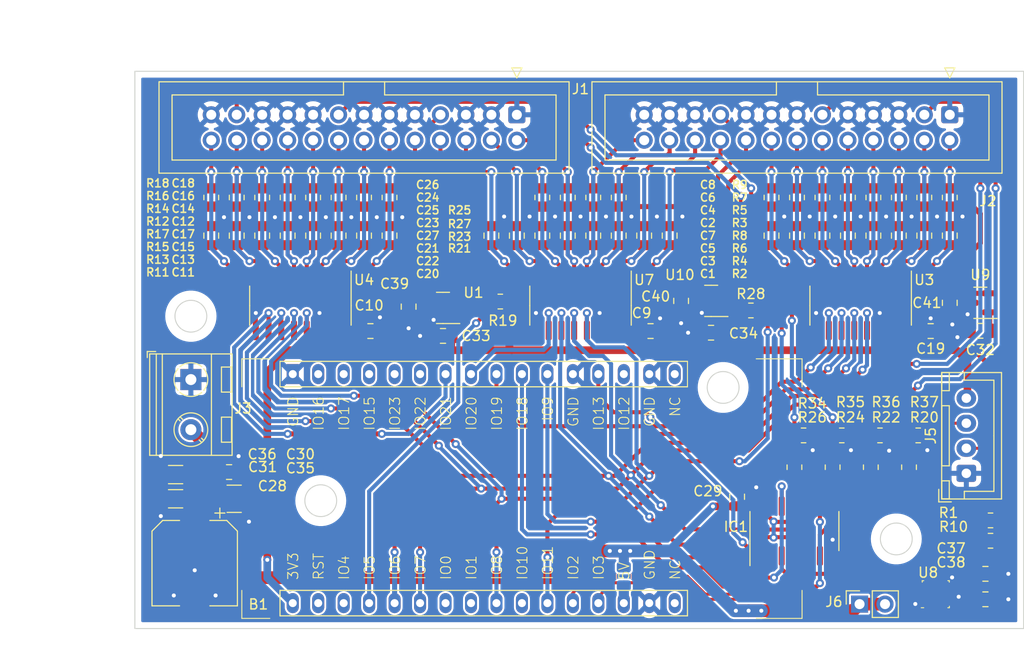
<source format=kicad_pcb>
(kicad_pcb (version 20221018) (generator pcbnew)
  (layers (0 "F.Cu" signal) (31 "B.Cu" signal) (34 "B.Paste" user) (35 "F.Paste" user) (36 "B.SilkS" user "B.Silkscreen") (37 "F.SilkS" user "F.Silkscreen") (38 "B.Mask" user) (39 "F.Mask" user) (44 "Edge.Cuts" user))
  (net 0 "")
  (net 1 "NTC_3_PANEL_3")
  (net 2 "NTC_0_PANEL_0")
  (net 3 "NTC_2_PANEL_3")
  (net 4 "NTC_1_PANEL_0")
  (net 5 "NTC_1_PANEL_3")
  (net 6 "NTC_2_PANEL_0")
  (net 7 "NTC_0_PANEL_3")
  (net 8 "NTC_3_PANEL_0")
  (net 9 "NTC_3_PANEL_2")
  (net 10 "NTC_0_PANEL_1")
  (net 11 "NTC_2_PANEL_2")
  (net 12 "NTC_1_PANEL_1")
  (net 13 "NTC_1_PANEL_2")
  (net 14 "NTC_2_PANEL_1")
  (net 15 "NTC_0_PANEL_2")
  (net 16 "NTC_3_PANEL_1")
  (net 17 "NTC_PSU_0")
  (net 18 "SPI_CS_LED")
  (net 19 "NTC_PSU_1")
  (net 20 "SPI_IO_0")
  (net 21 "Net-(IC1-1Y)")
  (net 22 "SPI_IO_1")
  (net 23 "SPI_CS_ADC_1")
  (net 24 "Net-(IC1-2Y)")
  (net 25 "Net-(IC1-3Y)")
  (net 26 "SPI_CLK")
  (net 27 "SPI_CS_ADC_0")
  (net 28 "SPI_CS_ADC_2")
  (net 29 "Net-(IC1-4Y)")
  (net 30 "SPI_PANEL_2")
  (net 31 "SPI_PANEL_3")
  (net 32 "SPI_PANEL_0")
  (net 33 "SPI_PANEL_1")
  (net 34 "+5V")
  (net 35 "CUR_PANEL_0")
  (net 36 "CUR_PANEL_1")
  (net 37 "CUR_PANEL_2")
  (net 38 "CUR_PANEL_3")
  (net 39 "SPI_IO_2")
  (net 40 "SPI_IO_3")
  (net 41 "PSU_GOOD_1")
  (net 42 "PSU_GOOD_0")
  (net 45 "I2C_SDA")
  (net 46 "I2C_SCK")
  (net 47 "+3V0")
  (net 48 "PHOTORESIST_0")
  (net 49 "PHOTORESIST_1")
  (net 60 "Net-(B1-5V)")
  (net 62 "GND")
  (net 63 "+3V3")
  (footprint "Resistor_SMD:R_0805_2012Metric" (layer "F.Cu") (at 188.468 109.601 180)
    (fp_text reference "R1")
    (fp_text value "3.3k")
  )
  (footprint "Resistor_SMD:R_0805_2012Metric" (layer "F.Cu") (at 151.384 77.3665 90)
    (fp_text reference "R21")
    (fp_text value "1.6k")
  )
  (footprint "Capacitor_SMD:C_0805_2012Metric" (layer "F.Cu") (at 148.844 81.1765 90)
    (fp_text reference "C23")
    (fp_text value "2.2uF")
  )
  (footprint "Package_TO_SOT_SMD:SOT-23" (layer "F.Cu") (at 133.858 88.392 180)
    (fp_text reference "U1")
    (fp_text value "REF3030")
  )
  (footprint "Resistor_SMD:R_0805_2012Metric" (layer "F.Cu") (at 181.2525 101.1155 180)
    (fp_text reference "R37")
    (fp_text value "4.7k")
  )
  (footprint "Capacitor_SMD:C_0805_2012Metric" (layer "F.Cu") (at 181.864 81.1765 90)
    (fp_text reference "C3")
    (fp_text value "2.2uF")
  )
  (footprint "Resistor_SMD:R_0805_2012Metric" (layer "F.Cu") (at 176.53 104.2905 90)
    (fp_text reference "R22")
    (fp_text value "300")
  )
  (footprint "Capacitor_SMD:C_0805_2012Metric" (layer "F.Cu") (at 179.324 81.1765 90)
    (fp_text reference "C5")
    (fp_text value "2.2uF")
  )
  (footprint "Resistor_SMD:R_0805_2012Metric" (layer "F.Cu") (at 169.164 77.3665 90)
    (fp_text reference "R7")
    (fp_text value "1.6k")
  )
  (footprint "Package_LGA:Bosch_LGA-8_2.5x2.5mm_P0.65mm_ClockwisePinNumbering" (layer "F.Cu") (at 183.007 116.967 90)
    (fp_text reference "U8")
    (fp_text value "BME280")
  )
  (footprint "Connector_JST:JST_XH_B4B-XH-A_1x04_P2.50mm_Vertical" (layer "F.Cu") (at 186.055 104.902 90)
    (fp_text reference "J5")
    (fp_text value "Conn_01x04_Pin")
  )
  (footprint "Resistor_SMD:R_0805_2012Metric" (layer "F.Cu") (at 123.444 77.3665 90)
    (fp_text reference "R15")
    (fp_text value "1.6k")
  )
  (footprint "Capacitor_SMD:C_0805_2012Metric" (layer "F.Cu") (at 156.464 81.1765 90)
    (fp_text reference "C20")
    (fp_text value "100nF")
  )
  (footprint "Resistor_SMD:R_0805_2012Metric" (layer "F.Cu") (at 174.244 77.3665 90)
    (fp_text reference "R3")
    (fp_text value "1.6k")
  )
  (footprint "Package_SO:SOIC-16_3.9x9.9mm_P1.27mm" (layer "F.Cu") (at 175.514 88.1615 -90)
    (fp_text reference "U3")
    (fp_text value "MCP3208")
  )
  (footprint "Package_SO:SOIC-16_3.9x9.9mm_P1.27mm" (layer "F.Cu") (at 147.574 88.1615 -90)
    (fp_text reference "U7")
    (fp_text value "MCP3208")
  )
  (footprint "Resistor_SMD:R_0805_2012Metric" (layer "F.Cu") (at 172.72 104.2905 90)
    (fp_text reference "R24")
    (fp_text value "300")
  )
  (footprint "Package_TO_SOT_SMD:SOT-23" (layer "F.Cu") (at 160.6065 87.691 180)
    (fp_text reference "U10")
    (fp_text value "REF3030")
  )
  (footprint "Capacitor_SMD:CP_Elec_8x10" (layer "F.Cu") (at 109.093 113.867 -90)
    (fp_text reference "C28")
    (fp_text value "100uF")
  )
  (footprint "Resistor_SMD:R_0805_2012Metric" (layer "F.Cu") (at 128.524 77.3665 90)
    (fp_text reference "R11")
    (fp_text value "1.6k")
  )
  (footprint "Resistor_SMD:R_0805_2012Metric" (layer "F.Cu") (at 125.984 77.3665 90)
    (fp_text reference "R13")
    (fp_text value "1.6k")
  )
  (footprint "Capacitor_SMD:C_0805_2012Metric" (layer "F.Cu") (at 112.522 104.775)
    (fp_text reference "C30")
    (fp_text value "100nF")
  )
  (footprint "Capacitor_SMD:C_0805_2012Metric" (layer "F.Cu") (at 146.304 81.1765 90)
    (fp_text reference "C27")
    (fp_text value "2.2uF")
  )
  (footprint "Capacitor_SMD:C_0805_2012Metric" (layer "F.Cu") (at 128.524 81.1765 90)
    (fp_text reference "C11")
    (fp_text value "2.2uF")
  )
  (footprint "Resistor_SMD:R_0805_2012Metric" (layer "F.Cu") (at 148.844 77.3665 90)
    (fp_text reference "R23")
    (fp_text value "750")
  )
  (footprint "Resistor_SMD:R_0805_2012Metric" (layer "F.Cu") (at 173.6325 101.1155 180)
    (fp_text reference "R35")
    (fp_text value "4.7k")
  )
  (footprint "Capacitor_SMD:C_0805_2012Metric" (layer "F.Cu") (at 187.96 117.475)
    (fp_text reference "C38")
    (fp_text value "100nF")
  )
  (footprint "Capacitor_SMD:C_0805_2012Metric" (layer "F.Cu") (at 157.607 87.691 -90)
    (fp_text reference "C40")
    (fp_text value "1uF")
  )
  (footprint "Capacitor_SMD:C_0805_2012Metric" (layer "F.Cu") (at 110.744 81.1765 90)
    (fp_text reference "C18")
    (fp_text value "2.2uF")
  )
  (footprint "Capacitor_SMD:C_0805_2012Metric" (layer "F.Cu") (at 166.624 81.1765 90)
    (fp_text reference "C8")
    (fp_text value "2.2uF")
  )
  (footprint "Connector_IDC:IDC-Header_2x13_P2.54mm_Vertical" (layer "F.Cu") (at 184.404 69.1115 -90)
    (fp_text reference "J2")
    (fp_text value "Conn_02x13_Odd_Even")
  )
  (footprint "Resistor_SMD:R_0805_2012Metric" (layer "F.Cu") (at 184.404 77.3665 90)
    (fp_text reference "R2")
    (fp_text value "1.6k")
  )
  (footprint "Capacitor_SMD:C_1206_3216Metric" (layer "F.Cu") (at 107.188 107.442 180)
    (fp_text reference "C31")
    (fp_text value "4.7uF")
  )
  (footprint "Resistor_SMD:R_0805_2012Metric" (layer "F.Cu") (at 118.364 77.3665 90)
    (fp_text reference "R12")
    (fp_text value "1.6k")
  )
  (footprint "Capacitor_SMD:C_0805_2012Metric" (layer "F.Cu") (at 153.924 81.1765 90)
    (fp_text reference "C22")
    (fp_text value "100nF")
  )
  (footprint "Resistor_SMD:R_0805_2012Metric" (layer "F.Cu") (at 176.784 77.3665 90)
    (fp_text reference "R8")
    (fp_text value "1.6k")
  )
  (footprint "Resistor_SMD:R_0805_2012Metric" (layer "F.Cu") (at 115.824 77.3665 90)
    (fp_text reference "R14")
    (fp_text value "1.6k")
  )
  (footprint "Capacitor_SMD:C_0805_2012Metric" (layer "F.Cu") (at 151.384 81.1765 90)
    (fp_text reference "C21")
    (fp_text value "2.2uF")
  )
  (footprint "Capacitor_SMD:C_0805_2012Metric" (layer "F.Cu") (at 182.499 90.7015)
    (fp_text reference "C19")
    (fp_text value "100nF")
  )
  (footprint "Resistor_SMD:R_0805_2012Metric" (layer "F.Cu") (at 146.304 77.3665 90)
    (fp_text reference "R27")
    (fp_text value "750")
  )
  (footprint "Capacitor_SMD:C_0805_2012Metric" (layer "F.Cu") (at 115.824 81.1765 90)
    (fp_text reference "C14")
    (fp_text value "2.2uF")
  )
  (footprint "Capacitor_SMD:C_0805_2012Metric" (layer "F.Cu") (at 187.452 90.678 180)
    (fp_text reference "C32")
    (fp_text value "0.47uF")
  )
  (footprint "Capacitor_SMD:C_0805_2012Metric" (layer "F.Cu") (at 154.559 90.7015)
    (fp_text reference "C9")
    (fp_text value "100nF")
  )
  (footprint "Resistor_SMD:R_0805_2012Metric" (layer "F.Cu") (at 120.904 77.3665 90)
    (fp_text reference "R17")
    (fp_text value "1.6k")
  )
  (footprint "Capacitor_SMD:C_0805_2012Metric" (layer "F.Cu") (at 174.244 81.1765 90)
    (fp_text reference "C2")
    (fp_text value "2.2uF")
  )
  (footprint "Resistor_SMD:R_0805_2012Metric" (layer "F.Cu") (at 168.91 104.2905 90)
    (fp_text reference "R26")
    (fp_text value "300")
  )
  (footprint "Resistor_SMD:R_0805_2012Metric" (layer "F.Cu") (at 164.5685 88.646)
    (fp_text reference "R28")
    (fp_text value "22k")
  )
  (footprint "Capacitor_SMD:C_0805_2012Metric" (layer "F.Cu") (at 169.164 81.1765 90)
    (fp_text reference "C6")
    (fp_text value "2.2uF")
  )
  (footprint "Capacitor_SMD:C_0805_2012Metric" (layer "F.Cu") (at 184.404 87.884 -90)
    (fp_text reference "C41")
    (fp_text value "1uF")
  )
  (footprint "Package_TO_SOT_SMD:SOT-23" (layer "F.Cu") (at 187.452 87.884 180)
    (fp_text reference "U9")
    (fp_text value "REF3030")
  )
  (footprint "Resistor_SMD:R_0805_2012Metric" (layer "F.Cu") (at 188.468 111.633 180)
    (fp_text reference "R10")
    (fp_text value "3.3k")
  )
  (footprint "Resistor_SMD:R_0805_2012Metric" (layer "F.Cu") (at 181.864 77.3665 90)
    (fp_text reference "R4")
    (fp_text value "1.6k")
  )
  (footprint "Capacitor_SMD:C_0805_2012Metric" (layer "F.Cu") (at 133.858 91.186 180)
    (fp_text reference "C33")
    (fp_text value "0.47uF")
  )
  (footprint "Capacitor_SMD:C_0805_2012Metric" (layer "F.Cu") (at 113.284 81.1765 90)
    (fp_text reference "C16")
    (fp_text value "2.2uF")
  )
  (footprint "Resistor_SMD:R_0805_2012Metric" (layer "F.Cu") (at 171.704 77.3665 90)
    (fp_text reference "R5")
    (fp_text value "1.6k")
  )
  (footprint "Capacitor_SMD:C_0805_2012Metric" (layer "F.Cu") (at 138.684 81.1765 90)
    (fp_text reference "C26")
    (fp_text value "100nF")
  )
  (footprint "Capacitor_SMD:C_0805_2012Metric" (layer "F.Cu") (at 187.96 114.935)
    (fp_text reference "C37")
    (fp_text value "100nF")
  )
  (footprint "Capacitor_SMD:C_0805_2012Metric" (layer "F.Cu") (at 125.984 81.1765 90)
    (fp_text reference "C13")
    (fp_text value "2.2uF")
  )
  (footprint "Connector_PinSocket_2.54mm:PinSocket_1x02_P2.54mm_Vertical" (layer "F.Cu") (at 175.407 117.958 90)
    (fp_text reference "J6")
    (fp_text value "Conn_01x02")
  )
  (footprint "Capacitor_SMD:C_0805_2012Metric" (layer "F.Cu") (at 176.784 81.1765 90)
    (fp_text reference "C7")
    (fp_text value "2.2uF")
  )
  (footprint "Resistor_SMD:R_0805_2012Metric" (layer "F.Cu") (at 177.4425 101.1155 180)
    (fp_text reference "R36")
    (fp_text value "4.7k")
  )
  (footprint "Package_SO:SOIC-14_3.9x8.7mm_P1.27mm" (layer "F.Cu") (at 168.91 110.664 90)
    (fp_text reference "IC1")
    (fp_text value "SN74HCT125N")
  )
  (footprint "Capacitor_SMD:C_0805_2012Metric" (layer "F.Cu") (at 160.594 90.866 180)
    (fp_text reference "C34")
    (fp_text value "0.47uF")
  )
  (footprint "Capacitor_SMD:C_0805_2012Metric" (layer "F.Cu") (at 123.444 81.1765 90)
    (fp_text reference "C15")
    (fp_text value "2.2uF")
  )
  (footprint "Capacitor_SMD:C_0805_2012Metric" (layer "F.Cu") (at 184.404 81.1765 90)
    (fp_text reference "C1")
    (fp_text value "2.2uF")
  )
  (footprint "Capacitor_SMD:C_0805_2012Metric" (layer "F.Cu") (at 126.619 90.7015)
    (fp_text reference "C10")
    (fp_text value "100nF")
  )
  (footprint "Capacitor_SMD:C_0805_2012Metric" (layer "F.Cu") (at 171.704 81.1765 90)
    (fp_text reference "C4")
    (fp_text value "2.2uF")
  )
  (footprint "Capacitor_SMD:C_1210_3225Metric" (layer "F.Cu") (at 113.03 107.442)
    (fp_text reference "C35")
    (fp_text value "10uF")
  )
  (footprint "Resistor_SMD:R_0805_2012Metric" (layer "F.Cu") (at 110.744 77.3665 90)
    (fp_text reference "R18")
    (fp_text value "1.6k")
  )
  (footprint "Resistor_SMD:R_0805_2012Metric" (layer "F.Cu") (at 180.34 104.2905 90)
    (fp_text reference "R20")
    (fp_text value "300")
  )
  (footprint "Capacitor_SMD:C_0805_2012Metric" (layer "F.Cu") (at 118.364 81.1765 90)
    (fp_text reference "C12")
    (fp_text value "2.2uF")
  )
  (footprint "Resistor_SMD:R_0805_2012Metric" (layer "F.Cu") (at 179.324 77.3665 90)
    (fp_text reference "R6")
    (fp_text value "1.6k")
  )
  (footprint "TerminalBlock_RND:TerminalBlock_RND_205-00045_1x02_P5.00mm_Horizontal" (layer "F.Cu") (at 108.712 95.544 -90)
    (fp_text reference "J3")
    (fp_text value "~")
  )
  (footprint "ledian-support-board:ESP32-C6_WaveShare" (layer "F.Cu") (at 141.732 106.426 90)
    (fp_text reference "B1")
    (fp_text value "ESP32-C6_WaveShare")
  )
  (footprint "Resistor_SMD:R_0805_2012Metric" (layer "F.Cu") (at 113.284 77.3665 90)
    (fp_text reference "R16")
    (fp_text value "1.6k")
  )
  (footprint "Package_SO:SOIC-16_3.9x9.9mm_P1.27mm" (layer "F.Cu") (at 119.634 88.1615 -90)
    (fp_text reference "U4")
    (fp_text value "MCP3208")
  )
  (footprint "Resistor_SMD:R_0805_2012Metric" (layer "F.Cu") (at 166.624 77.3665 90)
    (fp_text reference "R9")
    (fp_text value "1.6k")
  )
  (footprint "Capacitor_SMD:C_1206_3216Metric" (layer "F.Cu") (at 107.188 105.029 180)
    (fp_text reference "C36")
    (fp_text value "1uF")
  )
  (footprint "Resistor_SMD:R_0805_2012Metric" (layer "F.Cu") (at 169.8225 101.1155 180)
    (fp_text reference "R34")
    (fp_text value "4.7k")
  )
  (footprint "Capacitor_SMD:C_0805_2012Metric" (layer "F.Cu") (at 143.764 81.1765 90)
    (fp_text reference "C25")
    (fp_text value "2.2uF")
  )
  (footprint "Resistor_SMD:R_0805_2012Metric" (layer "F.Cu") (at 143.764 77.3665 90)
    (fp_text reference "R25")
    (fp_text value "1.6k")
  )
  (footprint "Capacitor_SMD:C_0805_2012Metric" (layer "F.Cu") (at 141.224 81.1765 90)
    (fp_text reference "C24")
    (fp_text value "100nF")
  )
  (footprint "Capacitor_SMD:C_0805_2012Metric" (layer "F.Cu") (at 120.904 81.1765 90)
    (fp_text reference "C17")
    (fp_text value "2.2uF")
  )
  (footprint "Connector_IDC:IDC-Header_2x13_P2.54mm_Vertical" (layer "F.Cu") (at 141.224 69.1115 -90)
    (fp_text reference "J1")
    (fp_text value "Conn_02x13_Odd_Even")
  )
  (footprint "Resistor_SMD:R_0805_2012Metric" (layer "F.Cu") (at 139.573 87.757 180)
    (fp_text reference "R19")
    (fp_text value "22k")
  )
  (footprint "Capacitor_SMD:C_0805_2012Metric" (layer "F.Cu") (at 130.429 88.265 -90)
    (fp_text reference "C39")
    (fp_text value "1uF")
  )
  (footprint "Capacitor_SMD:C_0805_2012Metric" (layer "F.Cu") (at 163.195 107.239 90)
    (fp_text reference "C29")
    (fp_text value "100nF")
  )
  (footprint "Resistor_SMD:R_0805_2012Metric" (layer "B.Cu") (at 151.892 115.189 -90)
    (fp_text reference "R29" hide)
    (fp_text value "0")
  )
  (gr_circle (center 108.712 89.2175) (end 110.2995 89.2175) (stroke (width 0.1)) (fill none) (layer "Edge.Cuts"))
  (gr_circle (center 121.666 107.6325) (end 123.2535 107.6325) (stroke (width 0.1)) (fill none) (layer "Edge.Cuts"))
  (gr_rect (start 103.124 64.77) (end 191.77 120.396) (stroke (width 0.1)) (fill none) (layer "Edge.Cuts"))
  (gr_circle (center 179.07 111.45) (end 180.6575 111.45) (stroke (width 0.1)) (fill none) (layer "Edge.Cuts"))
  (gr_circle (center 161.798 96.3295) (end 163.3855 96.3295) (stroke (width 0.1)) (fill none) (layer "Edge.Cuts"))
  (segment (start 110.744 74.8265) (end 110.744 76.454) (width 0.4064) (layer "F.Cu") (net 1))
  (segment (start 115.189 85.6865) (end 113.984 85.6865) (width 0.4064) (layer "F.Cu") (net 1))
  (segment (start 110.744 82.4465) (end 112.014 83.7165) (width 0.4064) (layer "F.Cu") (net 1))
  (segment (start 113.984 85.6865) (end 112.014 83.7165) (width 0.4064) (layer "F.Cu") (net 1))
  (segment (start 110.744 74.8265) (end 110.744 71.6515) (width 0.4064) (layer "F.Cu") (net 1))
  (segment (start 110.744 82.1265) (end 110.744 82.4465) (width 0.4064) (layer "F.Cu") (net 1))
  (via (at 112.014 83.7165) (size 0.8) (drill 0.4) (layers "F.Cu" "B.Cu") (net 1))
  (via (at 110.744 74.8265) (size 0.8) (drill 0.4) (layers "F.Cu" "B.Cu") (net 1))
  (segment (start 112.014 83.7165) (end 110.744 82.4465) (width 0.4064) (layer "B.Cu") (net 1))
  (segment (start 110.744 82.4465) (end 110.744 74.8265) (width 0.4064) (layer "B.Cu") (net 1))
  (segment (start 179.959 85.6865) (end 181.164 85.6865) (width 0.4064) (layer "F.Cu") (net 2))
  (segment (start 184.404 74.8265) (end 184.404 71.6515) (width 0.4064) (layer "F.Cu") (net 2))
  (segment (start 184.404 82.1265) (end 184.404 82.4465) (width 0.4064) (layer "F.Cu") (net 2))
  (segment (start 184.404 76.454) (end 184.404 74.8265) (width 0.4064) (layer "F.Cu") (net 2))
  (segment (start 181.164 85.6865) (end 183.134 83.7165) (width 0.4064) (layer "F.Cu") (net 2))
  (segment (start 184.404 82.4465) (end 183.134 83.7165) (width 0.4064) (layer "F.Cu") (net 2))
  (via (at 183.134 83.7165) (size 0.8) (drill 0.4) (layers "F.Cu" "B.Cu") (net 2))
  (via (at 184.404 74.8265) (size 0.8) (drill 0.4) (layers "F.Cu" "B.Cu") (net 2))
  (segment (start 184.404 82.4465) (end 183.134 83.7165) (width 0.4064) (layer "B.Cu") (net 2))
  (segment (start 184.404 74.8265) (end 184.404 82.4465) (width 0.4064) (layer "B.Cu") (net 2))
  (segment (start 113.284 74.8265) (end 113.284 71.6515) (width 0.4064) (layer "F.Cu") (net 3))
  (segment (start 113.284 74.8265) (end 113.284 76.454) (width 0.4064) (layer "F.Cu") (net 3))
  (segment (start 113.284 82.4465) (end 114.554 83.7165) (width 0.4064) (layer "F.Cu") (net 3))
  (segment (start 114.554 83.7165) (end 115.824 83.7165) (width 0.4064) (layer "F.Cu") (net 3))
  (segment (start 115.824 83.7165) (end 116.459 84.3515) (width 0.4064) (layer "F.Cu") (net 3))
  (segment (start 116.459 84.3515) (end 116.459 85.6865) (width 0.4064) (layer "F.Cu") (net 3))
  (segment (start 113.284 82.1265) (end 113.284 82.4465) (width 0.4064) (layer "F.Cu") (net 3))
  (via (at 113.284 74.8265) (size 0.8) (drill 0.4) (layers "F.Cu" "B.Cu") (net 3))
  (via (at 114.554 83.7165) (size 0.8) (drill 0.4) (layers "F.Cu" "B.Cu") (net 3))
  (segment (start 113.284 74.8265) (end 113.284 82.4465) (width 0.4064) (layer "B.Cu") (net 3))
  (segment (start 113.284 82.4465) (end 114.554 83.7165) (width 0.4064) (layer "B.Cu") (net 3))
  (segment (start 181.864 76.454) (end 181.864 74.8265) (width 0.4064) (layer "F.Cu") (net 4))
  (segment (start 181.864 74.8265) (end 181.864 71.6515) (width 0.4064) (layer "F.Cu") (net 4))
  (segment (start 181.864 82.4465) (end 180.594 83.7165) (width 0.4064) (layer "F.Cu") (net 4))
  (segment (start 181.864 82.1265) (end 181.864 82.4465) (width 0.4064) (layer "F.Cu") (net 4))
  (segment (start 178.689 85.6865) (end 178.689 84.3515) (width 0.4064) (layer "F.Cu") (net 4))
  (segment (start 178.689 84.3515) (end 179.324 83.7165) (width 0.4064) (layer "F.Cu") (net 4))
  (segment (start 180.594 83.7165) (end 179.324 83.7165) (width 0.4064) (layer "F.Cu") (net 4))
  (via (at 180.594 83.7165) (size 0.8) (drill 0.4) (layers "F.Cu" "B.Cu") (net 4))
  (via (at 181.864 74.8265) (size 0.8) (drill 0.4) (layers "F.Cu" "B.Cu") (net 4))
  (segment (start 181.864 74.8265) (end 181.864 82.4465) (width 0.4064) (layer "B.Cu") (net 4))
  (segment (start 181.864 82.4465) (end 180.594 83.7165) (width 0.4064) (layer "B.Cu") (net 4))
  (segment (start 115.824 74.8265) (end 115.824 76.454) (width 0.4064) (layer "F.Cu") (net 5))
  (segment (start 115.824 82.1265) (end 115.824 82.4465) (width 0.4064) (layer "F.Cu") (net 5))
  (segment (start 117.729 84.3515) (end 117.094 83.7165) (width 0.4064) (layer "F.Cu") (net 5))
  (segment (start 115.824 82.4465) (end 117.094 83.7165) (width 0.4064) (layer "F.Cu") (net 5))
  (segment (start 117.729 85.6865) (end 117.729 84.3515) (width 0.4064) (layer "F.Cu") (net 5))
  (segment (start 115.824 74.8265) (end 115.824 71.6515) (width 0.4064) (layer "F.Cu") (net 5))
  (via (at 117.094 83.7165) (size 0.8) (drill 0.4) (layers "F.Cu" "B.Cu") (net 5))
  (via (at 115.824 74.8265) (size 0.8) (drill 0.4) (layers "F.Cu" "B.Cu") (net 5))
  (segment (start 117.094 83.7165) (end 115.824 82.4465) (width 0.4064) (layer "B.Cu") (net 5))
  (segment (start 115.824 82.4465) (end 115.824 74.8265) (width 0.4064) (layer "B.Cu") (net 5))
  (segment (start 178.054 83.7165) (end 177.419 84.3515) (width 0.4064) (layer "F.Cu") (net 6))
  (segment (start 177.419 84.3515) (end 177.419 85.6865) (width 0.4064) (layer "F.Cu") (net 6))
  (segment (start 179.324 76.454) (end 179.324 74.8265) (width 0.4064) (layer "F.Cu") (net 6))
  (segment (start 179.324 82.1265) (end 179.324 82.4465) (width 0.4064) (layer "F.Cu") (net 6))
  (segment (start 179.324 74.8265) (end 179.324 71.6515) (width 0.4064) (layer "F.Cu") (net 6))
  (segment (start 179.324 82.4465) (end 178.054 83.7165) (width 0.4064) (layer "F.Cu") (net 6))
  (via (at 178.054 83.7165) (size 0.8) (drill 0.4) (layers "F.Cu" "B.Cu") (net 6))
  (via (at 179.324 74.8265) (size 0.8) (drill 0.4) (layers "F.Cu" "B.Cu") (net 6))
  (segment (start 179.324 82.4465) (end 178.054 83.7165) (width 0.4064) (layer "B.Cu") (net 6))
  (segment (start 179.324 74.8265) (end 179.324 82.4465) (width 0.4064) (layer "B.Cu") (net 6))
  (segment (start 118.999 83.7165) (end 118.999 85.6865) (width 0.4064) (layer "F.Cu") (net 7))
  (segment (start 118.364 74.8265) (end 118.364 71.6515) (width 0.4064) (layer "F.Cu") (net 7))
  (segment (start 118.364 74.8265) (end 118.364 76.454) (width 0.4064) (layer "F.Cu") (net 7))
  (segment (start 118.364 82.1265) (end 118.364 83.0815) (width 0.4064) (layer "F.Cu") (net 7))
  (segment (start 118.364 83.0815) (end 118.999 83.7165) (width 0.4064) (layer "F.Cu") (net 7))
  (via (at 118.999 83.7165) (size 0.8) (drill 0.4) (layers "F.Cu" "B.Cu") (net 7))
  (via (at 118.364 74.8265) (size 0.8) (drill 0.4) (layers "F.Cu" "B.Cu") (net 7))
  (segment (start 118.364 83.0815) (end 118.999 83.7165) (width 0.4064) (layer "B.Cu") (net 7))
  (segment (start 118.364 74.8265) (end 118.364 83.0815) (width 0.4064) (layer "B.Cu") (net 7))
  (segment (start 176.784 82.1265) (end 176.784 83.0815) (width 0.4064) (layer "F.Cu") (net 8))
  (segment (start 176.784 83.0815) (end 176.149 83.7165) (width 0.4064) (layer "F.Cu") (net 8))
  (segment (start 176.149 83.7165) (end 176.149 85.6865) (width 0.4064) (layer "F.Cu") (net 8))
  (segment (start 176.784 74.8265) (end 176.784 71.6515) (width 0.4064) (layer "F.Cu") (net 8))
  (segment (start 176.784 76.454) (end 176.784 74.8265) (width 0.4064) (layer "F.Cu") (net 8))
  (via (at 176.149 83.7165) (size 0.8) (drill 0.4) (layers "F.Cu" "B.Cu") (net 8))
  (via (at 176.784 74.8265) (size 0.8) (drill 0.4) (layers "F.Cu" "B.Cu") (net 8))
  (segment (start 176.784 83.0815) (end 176.149 83.7165) (width 0.4064) (layer "B.Cu") (net 8))
  (segment (start 176.784 74.8265) (end 176.784 83.0815) (width 0.4064) (layer "B.Cu") (net 8))
  (segment (start 120.904 83.0815) (end 120.269 83.7165) (width 0.4064) (layer "F.Cu") (net 9))
  (segment (start 120.904 74.8265) (end 120.904 71.6515) (width 0.4064) (layer "F.Cu") (net 9))
  (segment (start 120.904 74.8265) (end 120.904 76.454) (width 0.4064) (layer "F.Cu") (net 9))
  (segment (start 120.904 82.1265) (end 120.904 83.0815) (width 0.4064) (layer "F.Cu") (net 9))
  (segment (start 120.269 83.7165) (end 120.269 85.6865) (width 0.4064) (layer "F.Cu") (net 9))
  (via (at 120.904 74.8265) (size 0.8) (drill 0.4) (layers "F.Cu" "B.Cu") (net 9))
  (via (at 120.269 83.7165) (size 0.8) (drill 0.4) (layers "F.Cu" "B.Cu") (net 9))
  (segment (start 120.269 83.7165) (end 120.904 83.0815) (width 0.4064) (layer "B.Cu") (net 9))
  (segment (start 120.904 83.0815) (end 120.904 74.8265) (width 0.4064) (layer "B.Cu") (net 9))
  (segment (start 174.879 83.7165) (end 174.879 85.6865) (width 0.4064) (layer "F.Cu") (net 10))
  (segment (start 174.244 74.8265) (end 174.244 71.6515) (width 0.4064) (layer "F.Cu") (net 10))
  (segment (start 174.244 82.1265) (end 174.244 83.0815) (width 0.4064) (layer "F.Cu") (net 10))
  (segment (start 174.244 76.454) (end 174.244 74.8265) (width 0.4064) (layer "F.Cu") (net 10))
  (segment (start 174.244 83.0815) (end 174.879 83.7165) (width 0.4064) (layer "F.Cu") (net 10))
  (via (at 174.244 74.8265) (size 0.8) (drill 0.4) (layers "F.Cu" "B.Cu") (net 10))
  (via (at 174.879 83.7165) (size 0.8) (drill 0.4) (layers "F.Cu" "B.Cu") (net 10))
  (segment (start 174.244 74.8265) (end 174.244 83.0815) (width 0.4064) (layer "B.Cu") (net 10))
  (segment (start 174.244 83.0815) (end 174.879 83.7165) (width 0.4064) (layer "B.Cu") (net 10))
  (segment (start 123.444 74.8265) (end 123.444 76.454) (width 0.4064) (layer "F.Cu") (net 11))
  (segment (start 123.444 82.1265) (end 123.444 82.4465) (width 0.4064) (layer "F.Cu") (net 11))
  (segment (start 122.174 83.7165) (end 121.539 84.3515) (width 0.4064) (layer "F.Cu") (net 11))
  (segment (start 123.444 82.4465) (end 122.174 83.7165) (width 0.4064) (layer "F.Cu") (net 11))
  (segment (start 121.539 84.3515) (end 121.539 85.6865) (width 0.4064) (layer "F.Cu") (net 11))
  (segment (start 123.444 74.8265) (end 123.444 71.6515) (width 0.4064) (layer "F.Cu") (net 11))
  (via (at 123.444 74.8265) (size 0.8) (drill 0.4) (layers "F.Cu" "B.Cu") (net 11))
  (via (at 122.174 83.7165) (size 0.8) (drill 0.4) (layers "F.Cu" "B.Cu") (net 11))
  (segment (start 123.444 74.8265) (end 123.444 82.4465) (width 0.4064) (layer "B.Cu") (net 11))
  (segment (start 123.444 82.4465) (end 122.174 83.7165) (width 0.4064) (layer "B.Cu") (net 11))
  (segment (start 171.704 74.8265) (end 171.704 71.6515) (width 0.4064) (layer "F.Cu") (net 12))
  (segment (start 171.704 82.1265) (end 171.704 82.4465) (width 0.4064) (layer "F.Cu") (net 12))
  (segment (start 171.704 76.454) (end 171.704 74.8265) (width 0.4064) (layer "F.Cu") (net 12))
  (segment (start 172.974 83.7165) (end 173.609 84.3515) (width 0.4064) (layer "F.Cu") (net 12))
  (segment (start 173.609 84.3515) (end 173.609 85.6865) (width 0.4064) (layer "F.Cu") (net 12))
  (segment (start 171.704 82.4465) (end 172.974 83.7165) (width 0.4064) (layer "F.Cu") (net 12))
  (via (at 172.974 83.7165) (size 0.8) (drill 0.4) (layers "F.Cu" "B.Cu") (net 12))
  (via (at 171.704 74.8265) (size 0.8) (drill 0.4) (layers "F.Cu" "B.Cu") (net 12))
  (segment (start 171.704 82.4465) (end 172.974 83.7165) (width 0.4064) (layer "B.Cu") (net 12))
  (segment (start 171.704 74.8265) (end 171.704 82.4465) (width 0.4064) (layer "B.Cu") (net 12))
  (segment (start 125.984 82.4465) (end 124.714 83.7165) (width 0.4064) (layer "F.Cu") (net 13))
  (segment (start 125.984 74.8265) (end 125.984 71.6515) (width 0.4064) (layer "F.Cu") (net 13))
  (segment (start 125.984 82.1265) (end 125.984 82.4465) (width 0.4064) (layer "F.Cu") (net 13))
  (segment (start 123.309897 83.7165) (end 122.809 84.217397) (width 0.4064) (layer "F.Cu") (net 13))
  (segment (start 122.809 84.217397) (end 122.809 85.6865) (width 0.4064) (layer "F.Cu") (net 13))
  (segment (start 124.714 83.7165) (end 123.309897 83.7165) (width 0.4064) (layer "F.Cu") (net 13))
  (segment (start 125.984 74.8265) (end 125.984 76.454) (width 0.4064) (layer "F.Cu") (net 13))
  (via (at 124.714 83.7165) (size 0.8) (drill 0.4) (layers "F.Cu" "B.Cu") (net 13))
  (via (at 125.984 74.8265) (size 0.8) (drill 0.4) (layers "F.Cu" "B.Cu") (net 13))
  (segment (start 124.714 83.7165) (end 125.984 82.4465) (width 0.4064) (layer "B.Cu") (net 13))
  (segment (start 125.984 82.4465) (end 125.984 74.8265) (width 0.4064) (layer "B.Cu") (net 13))
  (segment (start 169.164 82.4465) (end 170.434 83.7165) (width 0.4064) (layer "F.Cu") (net 14))
  (segment (start 169.164 76.454) (end 169.164 74.8265) (width 0.4064) (layer "F.Cu") (net 14))
  (segment (start 171.704 83.7165) (end 172.339 84.3515) (width 0.4064) (layer "F.Cu") (net 14))
  (segment (start 169.164 74.8265) (end 169.164 71.6515) (width 0.4064) (layer "F.Cu") (net 14))
  (segment (start 169.164 82.1265) (end 169.164 82.4465) (width 0.4064) (layer "F.Cu") (net 14))
  (segment (start 172.339 84.3515) (end 172.339 85.6865) (width 0.4064) (layer "F.Cu") (net 14))
  (segment (start 170.434 83.7165) (end 171.704 83.7165) (width 0.4064) (layer "F.Cu") (net 14))
  (via (at 170.434 83.7165) (size 0.8) (drill 0.4) (layers "F.Cu" "B.Cu") (net 14))
  (via (at 169.164 74.8265) (size 0.8) (drill 0.4) (layers "F.Cu" "B.Cu") (net 14))
  (segment (start 169.164 82.4465) (end 170.434 83.7165) (width 0.4064) (layer "B.Cu") (net 14))
  (segment (start 169.164 74.8265) (end 169.164 82.4465) (width 0.4064) (layer "B.Cu") (net 14))
  (segment (start 128.524 74.8265) (end 128.524 76.454) (width 0.4064) (layer "F.Cu") (net 15))
  (segment (start 124.079 85.6865) (end 125.284 85.6865) (width 0.4064) (layer "F.Cu") (net 15))
  (segment (start 128.524 82.1265) (end 128.524 82.4465) (width 0.4064) (layer "F.Cu") (net 15))
  (segment (start 128.524 82.4465) (end 127.254 83.7165) (width 0.4064) (layer "F.Cu") (net 15))
  (segment (start 128.524 74.8265) (end 128.524 71.6515) (width 0.4064) (layer "F.Cu") (net 15))
  (segment (start 125.284 85.6865) (end 127.254 83.7165) (width 0.4064) (layer "F.Cu") (net 15))
  (via (at 127.254 83.7165) (size 0.8) (drill 0.4) (layers "F.Cu" "B.Cu") (net 15))
  (via (at 128.524 74.8265) (size 0.8) (drill 0.4) (layers "F.Cu" "B.Cu") (net 15))
  (segment (start 128.524 82.4465) (end 127.254 83.7165) (width 0.4064) (layer "B.Cu") (net 15))
  (segment (start 128.524 74.8265) (end 128.524 82.4465) (width 0.4064) (layer "B.Cu") (net 15))
  (segment (start 166.624 82.1265) (end 166.624 82.4465) (width 0.4064) (layer "F.Cu") (net 16))
  (segment (start 166.624 74.8265) (end 166.624 71.6515) (width 0.4064) (layer "F.Cu") (net 16))
  (segment (start 166.624 82.4465) (end 167.894 83.7165) (width 0.4064) (layer "F.Cu") (net 16))
  (segment (start 166.624 76.454) (end 166.624 74.8265) (width 0.4064) (layer "F.Cu") (net 16))
  (segment (start 171.069 85.6865) (end 169.864 85.6865) (width 0.4064) (layer "F.Cu") (net 16))
  (segment (start 169.864 85.6865) (end 167.894 83.7165) (width 0.4064) (layer "F.Cu") (net 16))
  (via (at 167.894 83.7165) (size 0.8) (drill 0.4) (layers "F.Cu" "B.Cu") (net 16))
  (via (at 166.624 74.8265) (size 0.8) (drill 0.4) (layers "F.Cu" "B.Cu") (net 16))
  (segment (start 166.624 74.8265) (end 166.624 82.4465) (width 0.4064) (layer "B.Cu") (net 16))
  (segment (start 166.624 82.4465) (end 167.894 83.7165) (width 0.4064) (layer "B.Cu") (net 16))
  (segment (start 156.21 73.152) (end 156.464 72.898) (width 0.4064) (layer "F.Cu") (net 17))
  (segment (start 151.384 74.8265) (end 153.0585 73.152) (width 0.4064) (layer "F.Cu") (net 17))
  (segment (start 149.479 84.3515) (end 149.479 85.6865) (width 0.4064) (layer "F.Cu") (net 17))
  (segment (start 156.464 72.898) (end 156.464 71.6515) (width 0.4064) (layer "F.Cu") (net 17))
  (segment (start 150.114 83.7165) (end 149.479 84.3515) (width 0.4064) (layer "F.Cu") (net 17))
  (segment (start 151.384 82.1265) (end 151.384 82.4465) (width 0.4064) (layer "F.Cu") (net 17))
  (segment (start 151.384 76.454) (end 151.384 74.8265) (width 0.4064) (layer "F.Cu") (net 17))
  (segment (start 151.384 82.4465) (end 150.114 83.7165) (width 0.4064) (layer "F.Cu") (net 17))
  (segment (start 153.0585 73.152) (end 156.21 73.152) (width 0.4064) (layer "F.Cu") (net 17))
  (via (at 151.384 74.8265) (size 0.8) (drill 0.4) (layers "F.Cu" "B.Cu") (net 17))
  (via (at 150.114 83.7165) (size 0.8) (drill 0.4) (layers "F.Cu" "B.Cu") (net 17))
  (segment (start 151.384 74.8265) (end 151.384 82.4465) (width 0.4064) (layer "B.Cu") (net 17))
  (segment (start 151.384 82.4465) (end 150.114 83.7165) (width 0.4064) (layer "B.Cu") (net 17))
  (segment (start 168.91 111.6565) (end 168.91 113.139) (width 0.4064) (layer "F.Cu") (net 18))
  (segment (start 168.529 111.2755) (end 168.91 111.6565) (width 0.4064) (layer "F.Cu") (net 18))
  (segment (start 165.1 113.139) (end 163.7445 111.7835) (width 0.4064) (layer "F.Cu") (net 18))
  (segment (start 169.418 109.7515) (end 170.18 108.9895) (width 0.4064) (layer "F.Cu") (net 18))
  (segment (start 170.18 108.9895) (end 170.18 108.189) (width 0.4064) (layer "F.Cu") (net 18))
  (segment (start 166.878 111.2755) (end 168.529 111.2755) (width 0.4064) (layer "F.Cu") (net 18))
  (segment (start 165.1 113.139) (end 165.1 111.6565) (width 0.4064) (layer "F.Cu") (net 18))
  (segment (start 166.37 109.2435) (end 166.878 109.7515) (width 0.4064) (layer "F.Cu") (net 18))
  (segment (start 154.53865 99.29365) (end 154.051 98.806) (width 0.4064) (layer "F.Cu") (net 18))
  (segment (start 165.481 111.2755) (end 166.878 111.2755) (width 0.4064) (layer "F.Cu") (net 18))
  (segment (start 149.352 97.282) (end 149.352 94.996) (width 0.4064) (layer "F.Cu") (net 18))
  (segment (start 166.8373 111.3162) (end 166.878 111.2755) (width 0.4064) (layer "F.Cu") (net 18))
  (segment (start 166.37 108.189) (end 166.37 109.2435) (width 0.4064) (layer "F.Cu") (net 18))
  (segment (start 150.876 98.806) (end 149.352 97.282) (width 0.4064) (layer "F.Cu") (net 18))
  (segment (start 154.051 98.806) (end 150.876 98.806) (width 0.4064) (layer "F.Cu") (net 18))
  (segment (start 165.1 111.6565) (end 165.481 111.2755) (width 0.4064) (layer "F.Cu") (net 18))
  (segment (start 166.878 109.7515) (end 169.418 109.7515) (width 0.4064) (layer "F.Cu") (net 18))
  (via (at 166.8373 111.3162) (size 0.8) (drill 0.4) (layers "F.Cu" "B.Cu") (net 18))
  (via (at 163.7445 111.7835) (size 0.8) (drill 0.4) (layers "F.Cu" "B.Cu") (net 18))
  (via (at 166.8373 109.7108) (size 0.8) (drill 0.4) (layers "F.Cu" "B.Cu") (net 18))
  (via (at 154.53865 99.29365) (size 0.8) (drill 0.4) (layers "F.Cu" "B.Cu") (net 18))
  (segment (start 162.814 110.853) (end 163.7445 111.7835) (width 0.4064) (layer "B.Cu") (net 18))
  (segment (start 154.53865 99.29365) (end 162.814 107.569) (width 0.4064) (layer "B.Cu") (net 18))
  (segment (start 162.814 107.569) (end 162.814 110.853) (width 0.4064) (layer "B.Cu") (net 18))
  (segment (start 166.8373 111.3162) (end 166.8373 109.7108) (width 0.4064) (layer "B.Cu") (net 18))
  (segment (start 143.764 82.4465) (end 145.034 83.7165) (width 0.4064) (layer "F.Cu") (net 19))
  (segment (start 143.764 76.454) (end 143.764 74.8265) (width 0.4064) (layer "F.Cu") (net 19))
  (segment (start 143.764 74.8265) (end 142.0895 73.152) (width 0.4064) (layer "F.Cu") (net 19))
  (segment (start 145.034 83.7165) (end 145.669 84.3515) (width 0.4064) (layer "F.Cu") (net 19))
  (segment (start 145.669 84.3515) (end 145.669 85.6865) (width 0.4064) (layer "F.Cu") (net 19))
  (segment (start 142.0895 73.152) (end 140.1845 73.152) (width 0.4064) (layer "F.Cu") (net 19))
  (segment (start 140.1845 73.152) (end 138.684 71.6515) (width 0.4064) (layer "F.Cu") (net 19))
  (segment (start 143.764 82.1265) (end 143.764 82.4465) (width 0.4064) (layer "F.Cu") (net 19))
  (via (at 145.034 83.7165) (size 0.8) (drill 0.4) (layers "F.Cu" "B.Cu") (net 19))
  (via (at 143.764 74.8265) (size 0.8) (drill 0.4) (layers "F.Cu" "B.Cu") (net 19))
  (segment (start 143.764 82.4465) (end 145.034 83.7165) (width 0.4064) (layer "B.Cu") (net 19))
  (segment (start 143.764 74.8265) (end 143.764 82.4465) (width 0.4064) (layer "B.Cu") (net 19))
  (segment (start 145.669 88.9) (end 145.669 90.6365) (width 0.4064) (layer "F.Cu") (net 20))
  (segment (start 170.18 96.52) (end 168.021 96.52) (width 0.4064) (layer "F.Cu") (net 20))
  (segment (start 168.021 96.52) (end 163.576 100.965) (width 0.4064) (layer "F.Cu") (net 20))
  (segment (start 155.194 100.965) (end 151.003 105.156) (width 0.4064) (layer "F.Cu") (net 20))
  (segment (start 161.036 112.014) (end 163.576 114.554) (width 0.4064) (layer "F.Cu") (net 20))
  (segment (start 157.226 112.014) (end 161.036 112.014) (width 0.4064) (layer "F.Cu") (net 20))
  (segment (start 129.032 112.776) (end 129.032 110.998) (width 0.4064) (layer "F.Cu") (net 20))
  (segment (start 172.2755 94.4245) (end 170.18 96.52) (width 0.4064) (layer "F.Cu") (net 20))
  (segment (start 166.116 114.554) (end 166.37 114.3) (width 0.4064) (layer "F.Cu") (net 20))
  (segment (start 173.609 90.6365) (end 173.609 88.9) (width 0.4064) (layer "F.Cu") (net 20))
  (segment (start 151.003 105.156) (end 150.368 105.156) (width 0.4064) (layer "F.Cu") (net 20))
  (segment (start 135.001 105.156) (end 134.874 105.156) (width 0.4064) (layer "F.Cu") (net 20))
  (segment (start 129.032 110.998) (end 134.874 105.156) (width 0.4064) (layer "F.Cu") (net 20))
  (segment (start 154.432 109.22) (end 157.226 112.014) (width 0.4064) (layer "F.Cu") (net 20))
  (segment (start 163.576 114.554) (end 166.116 114.554) (width 0.4064) (layer "F.Cu") (net 20))
  (segment (start 117.729 90.6365) (end 117.729 88.9) (width 0.4064) (layer "F.Cu") (net 20))
  (segment (start 163.576 100.965) (end 155.194 100.965) (width 0.4064) (layer "F.Cu") (net 20))
  (segment (start 120.142 99.695) (end 129.413 99.695) (width 0.4064) (layer "F.Cu") (net 20))
  (segment (start 166.37 114.3) (end 166.37 113.139) (width 0.4064) (layer "F.Cu") (net 20))
  (segment (start 129.413 99.695) (end 134.874 105.156) (width 0.4064) (layer "F.Cu") (net 20))
  (segment (start 150.368 105.156) (end 135.001 105.156) (width 0.4064) (layer "F.Cu") (net 20))
  (via (at 150.368 105.156) (size 0.8) (drill 0.4) (layers "F.Cu" "B.Cu") (net 20))
  (via (at 129.032 112.776) (size 0.8) (drill 0.4) (layers "F.Cu" "B.Cu") (net 20))
  (via (at 154.432 109.22) (size 0.8) (drill 0.4) (layers "F.Cu" "B.Cu") (net 20))
  (via (at 117.729 88.9) (size 0.8) (drill 0.4) (layers "F.Cu" "B.Cu") (net 20))
  (via (at 173.609 88.9) (size 0.8) (drill 0.4) (layers "F.Cu" "B.Cu") (net 20))
  (via (at 145.669 88.9) (size 0.8) (drill 0.4) (layers "F.Cu" "B.Cu") (net 20))
  (via (at 120.142 99.695) (size 0.8) (drill 0.4) (layers "F.Cu" "B.Cu") (net 20))
  (via (at 172.2755 94.4245) (size 0.8) (drill 0.4) (layers "F.Cu" "B.Cu") (net 20))
  (segment (start 114.3 92.837) (end 117.729 89.408) (width 0.4064) (layer "B.Cu") (net 20))
  (segment (start 117.729 89.408) (end 117.729 88.9) (width 0.4064) (layer "B.Cu") (net 20))
  (segment (start 116.586 99.695) (end 114.3 97.409) (width 0.4064) (layer "B.Cu") (net 20))
  (segment (start 129.032 112.776) (end 129.032 117.856) (width 0.508) (layer "B.Cu") (net 20))
  (segment (start 150.368 105.156) (end 145.542 100.33) (width 0.4064) (layer "B.Cu") (net 20))
  (segment (start 150.368 105.156) (end 154.432 109.22) (width 0.4064) (layer "B.Cu") (net 20))
  (segment (start 145.542 93.726) (end 145.669 93.599) (width 0.4064) (layer "B.Cu") (net 20))
  (segment (start 145.669 93.599) (end 145.669 88.9) (width 0.4064) (layer "B.Cu") (net 20))
  (segment (start 145.542 100.33) (end 145.542 93.726) (width 0.4064) (layer "B.Cu") (net 20))
  (segment (start 114.3 97.409) (end 114.3 92.837) (width 0.4064) (layer "B.Cu") (net 20))
  (segment (start 120.142 99.695) (end 116.586 99.695) (width 0.4064) (layer "B.Cu") (net 20))
  (segment (start 173.609 93.091) (end 173.609 88.9) (width 0.4064) (layer "B.Cu") (net 20))
  (segment (start 172.2755 94.4245) (end 173.609 93.091) (width 0.4064) (layer "B.Cu") (net 20))
  (segment (start 174.244 114.173) (end 173.482 114.935) (width 0.4064) (layer "F.Cu") (net 21))
  (segment (start 173.482 114.935) (end 168.1245 114.935) (width 0.4064) (layer "F.Cu") (net 21))
  (segment (start 168.1245 114.935) (end 167.64 114.4505) (width 0.4064) (layer "F.Cu") (net 21))
  (segment (start 167.64 114.4505) (end 167.64 113.139) (width 0.4064) (layer "F.Cu") (net 21))
  (segment (start 178.308 106.4495) (end 174.244 110.5135) (width 0.4064) (layer "F.Cu") (net 21))
  (segment (start 174.244 110.5135) (end 174.244 114.173) (width 0.4064) (layer "F.Cu") (net 21))
  (segment (start 180.34 105.9415) (end 179.832 106.4495) (width 0.4064) (layer "F.Cu") (net 21))
  (segment (start 180.34 105.203) (end 180.34 105.9415) (width 0.4064) (layer "F.Cu") (net 21))
  (segment (start 179.832 106.4495) (end 178.308 106.4495) (width 0.4064) (layer "F.Cu") (net 21))
  (segment (start 151.257 106.426) (end 137.668 106.426) (width 0.4064) (layer "F.Cu") (net 22))
  (segment (start 170.18 111.5295) (end 170.18 113.139) (width 0.4064) (layer "F.Cu") (net 22))
  (segment (start 160.02 110.5135) (end 169.164 110.5135) (width 0.4064) (layer "F.Cu") (net 22))
  (segment (start 155.575 108.077) (end 157.988 110.49) (width 0.4064) (layer "F.Cu") (net 22))
  (segment (start 152.5905 105.0925) (end 151.257 106.426) (width 0.4064) (layer "F.Cu") (net 22))
  (segment (start 171.2944 97.1836) (end 168.6274 97.1836) (width 0.4064) (layer "F.Cu") (net 22))
  (segment (start 159.9965 110.49) (end 160.02 110.5135) (width 0.4064) (layer "F.Cu") (net 22))
  (segment (start 157.988 110.49) (end 159.9965 110.49) (width 0.4064) (layer "F.Cu") (net 22))
  (segment (start 155.829 101.854) (end 152.5905 105.0925) (width 0.4064) (layer "F.Cu") (net 22))
  (segment (start 168.6274 97.1836) (end 163.957 101.854) (width 0.4064) (layer "F.Cu") (net 22))
  (segment (start 146.939 88.9) (end 146.939 90.6365) (width 0.4064) (layer "F.Cu") (net 22))
  (segment (start 129.7305 98.425) (end 133.441345 102.135845) (width 0.4064) (layer "F.Cu") (net 22))
  (segment (start 118.999 90.6365) (end 118.999 88.9) (width 0.4064) (layer "F.Cu") (net 22))
  (segment (start 131.572 109.855) (end 135.001 106.426) (width 0.4064) (layer "F.Cu") (net 22))
  (segment (start 135.001 106.426) (end 137.668 106.426) (width 0.4064) (layer "F.Cu") (net 22))
  (segment (start 163.957 101.854) (end 155.829 101.854) (width 0.4064) (layer "F.Cu") (net 22))
  (segment (start 169.164 110.5135) (end 170.18 111.5295) (width 0.4064) (layer "F.Cu") (net 22))
  (segment (start 133.441345 102.135845) (end 133.441345 102.143655) (width 0.4064) (layer "F.Cu") (net 22))
  (segment (start 174.879 90.6365) (end 174.879 88.9) (width 0.4064) (layer "F.Cu") (net 22))
  (segment (start 131.572 112.776) (end 131.572 109.855) (width 0.4064) (layer "F.Cu") (net 22))
  (segment (start 174.0535 94.4245) (end 171.2944 97.1836) (width 0.4064) (layer "F.Cu") (net 22))
  (segment (start 122.682 98.425) (end 129.7305 98.425) (width 0.4064) (layer "F.Cu") (net 22))
  (via (at 146.939 88.9) (size 0.8) (drill 0.4) (layers "F.Cu" "B.Cu") (net 22))
  (via (at 152.5905 105.0925) (size 0.8) (drill 0.4) (layers "F.Cu" "B.Cu") (net 22))
  (via (at 133.441345 102.143655) (size 0.8) (drill 0.4) (layers "F.Cu" "B.Cu") (net 22))
  (via (at 174.0535 94.4245) (size 0.8) (drill 0.4) (layers "F.Cu" "B.Cu") (net 22))
  (via (at 155.575 108.077) (size 0.8) (drill 0.4) (layers "F.Cu" "B.Cu") (net 22))
  (via (at 131.572 112.776) (size 0.8) (drill 0.4) (layers "F.Cu" "B.Cu") (net 22))
  (via (at 122.682 98.425) (size 0.8) (drill 0.4) (layers "F.Cu" "B.Cu") (net 22))
  (via (at 137.668 106.426) (size 0.8) (drill 0.4) (layers "F.Cu" "B.Cu") (net 22))
  (via (at 174.879 88.9) (size 0.8) (drill 0.4) (layers "F.Cu" "B.Cu") (net 22))
  (via (at 118.999 88.9) (size 0.8) (drill 0.4) (layers "F.Cu" "B.Cu") (net 22))
  (segment (start 174.879 93.599) (end 174.879 88.9) (width 0.4064) (layer "B.Cu") (net 22))
  (segment (start 133.441345 102.199345) (end 137.668 106.426) (width 0.4064) (layer "B.Cu") (net 22))
  (segment (start 115.443 96.774) (end 115.443 93.472) (width 0.4064) (layer "B.Cu") (net 22))
  (segment (start 150.622 103.124) (end 150.622 93.98) (width 0.4064) (layer "B.Cu") (net 22))
  (segment (start 118.999 89.916) (end 118.999 88.9) (width 0.4064) (layer "B.Cu") (net 22))
  (segment (start 152.5905 105.0925) (end 150.622 103.124) (width 0.4064) (layer "B.Cu") (net 22))
  (segment (start 115.443 93.472) (end 118.999 89.916) (width 0.4064) (layer "B.Cu") (net 22))
  (segment (start 146.939 91.694) (end 146.939 88.9) (width 0.4064) (layer "B.Cu") (net 22))
  (segment (start 133.441345 102.143655) (end 133.441345 102.199345) (width 0.4064) (layer "B.Cu") (net 22))
  (segment (start 116.967 98.298) (end 115.443 96.774) (width 0.4064) (layer "B.Cu") (net 22))
  (segment (start 174.0535 94.4245) (end 174.879 93.599) (width 0.4064) (layer "B.Cu") (net 22))
  (segment (start 148.4344 93.1894) (end 146.939 91.694) (width 0.4064) (layer "B.Cu") (net 22))
  (segment (start 152.5905 105.0925) (end 155.575 108.077) (width 0.4064) (layer "B.Cu") (net 22))
  (segment (start 122.682 98.425) (end 117.094 98.425) (width 0.4064) (layer "B.Cu") (net 22))
  (segment (start 150.622 93.98) (end 149.8314 93.1894) (width 0.4064) (layer "B.Cu") (net 22))
  (segment (start 131.572 112.776) (end 131.572 117.856) (width 0.4064) (layer "B.Cu") (net 22))
  (segment (start 149.8314 93.1894) (end 148.4344 93.1894) (width 0.4064) (layer "B.Cu") (net 22))
  (segment (start 116.459 88.9) (end 116.459 90.6365) (width 0.4064) (layer "F.Cu") (net 23))
  (segment (start 118.364 100.965) (end 127.762 100.965) (width 0.508) (layer "F.Cu") (net 23))
  (via (at 127.762 100.965) (size 0.8) (drill 0.4) (layers "F.Cu" "B.Cu") (net 23))
  (via (at 118.364 100.965) (size 0.8) (drill 0.4) (layers "F.Cu" "B.Cu") (net 23))
  (via (at 116.459 88.9) (size 0.8) (drill 0.4) (layers "F.Cu" "B.Cu") (net 23))
  (segment (start 113.03 97.917) (end 113.03 92.329) (width 0.4064) (layer "B.Cu") (net 23))
  (segment (start 118.364 100.965) (end 116.078 100.965) (width 0.4064) (layer "B.Cu") (net 23))
  (segment (start 134.112 97.282) (end 134.112 94.996) (width 0.4064) (layer "B.Cu") (net 23))
  (segment (start 127.762 100.965) (end 130.429 100.965) (width 0.4064) (layer "B.Cu") (net 23))
  (segment (start 130.429 100.965) (end 134.112 97.282) (width 0.4064) (layer "B.Cu") (net 23))
  (segment (start 113.03 92.329) (end 116.459 88.9) (width 0.4064) (layer "B.Cu") (net 23))
  (segment (start 116.078 100.965) (end 113.03 97.917) (width 0.4064) (layer "B.Cu") (net 23))
  (segment (start 172.72 110.5135) (end 176.53 106.7035) (width 0.4064) (layer "F.Cu") (net 24))
  (segment (start 171.45 111.0215) (end 171.958 110.5135) (width 0.4064) (layer "F.Cu") (net 24))
  (segment (start 171.958 110.5135) (end 172.72 110.5135) (width 0.4064) (layer "F.Cu") (net 24))
  (segment (start 171.45 113.139) (end 171.45 111.0215) (width 0.4064) (layer "F.Cu") (net 24))
  (segment (start 176.53 106.7035) (end 176.53 105.203) (width 0.4064) (layer "F.Cu") (net 24))
  (segment (start 172.72 108.189) (end 172.72 105.203) (width 0.4064) (layer "F.Cu") (net 25))
  (segment (start 154.432 105.156) (end 154.305 105.156) (width 0.4064) (layer "F.Cu") (net 26))
  (segment (start 154.305 105.156) (end 152.019 107.442) (width 0.4064) (layer "F.Cu") (net 26))
  (segment (start 148.209 88.9) (end 148.209 90.6365) (width 0.4064) (layer "F.Cu") (net 26))
  (segment (start 120.269 88.9) (end 120.269 90.6365) (width 0.4064) (layer "F.Cu") (net 26))
  (segment (start 152.019 107.442) (end 139.7 107.442) (width 0.4064) (layer "F.Cu") (net 26))
  (segment (start 130.302 97.155) (end 135.128 101.981) (width 0.4064) (layer "F.Cu") (net 26))
  (segment (start 175.7045 94.5515) (end 172.212 98.044) (width 0.4064) (layer "F.Cu") (net 26))
  (segment (start 156.972 102.616) (end 154.432 105.156) (width 0.4064) (layer "F.Cu") (net 26))
  (segment (start 124.968 97.155) (end 130.302 97.155) (width 0.4064) (layer "F.Cu") (net 26))
  (segment (start 139.192 112.776) (end 139.192 107.95) (width 0.4064) (layer "F.Cu") (net 26))
  (segment (start 168.91 98.044) (end 164.338 102.616) (width 0.4064) (layer "F.Cu") (net 26))
  (segment (start 176.149 88.9) (end 176.149 90.6365) (width 0.4064) (layer "F.Cu") (net 26))
  (segment (start 139.192 107.95) (end 139.7 107.442) (width 0.4064) (layer "F.Cu") (net 26))
  (segment (start 164.338 102.616) (end 156.972 102.616) (width 0.4064) (layer "F.Cu") (net 26))
  (segment (start 172.212 98.044) (end 168.91 98.044) (width 0.4064) (layer "F.Cu") (net 26))
  (via (at 139.7 107.442) (size 0.8) (drill 0.4) (layers "F.Cu" "B.Cu") (net 26))
  (via (at 120.269 88.9) (size 0.8) (drill 0.4) (layers "F.Cu" "B.Cu") (net 26))
  (via (at 124.968 97.155) (size 0.8) (drill 0.4) (layers "F.Cu" "B.Cu") (net 26))
  (via (at 135.128 101.981) (size 0.8) (drill 0.4) (layers "F.Cu" "B.Cu") (net 26))
  (via (at 154.432 105.156) (size 0.8) (drill 0.4) (layers "F.Cu" "B.Cu") (net 26))
  (via (at 175.7045 94.5515) (size 0.8) (drill 0.4) (layers "F.Cu" "B.Cu") (net 26))
  (via (at 176.149 88.9) (size 0.8) (drill 0.4) (layers "F.Cu" "B.Cu") (net 26))
  (via (at 148.209 88.9) (size 0.8) (drill 0.4) (layers "F.Cu" "B.Cu") (net 26))
  (via (at 139.192 112.776) (size 0.8) (drill 0.4) (layers "F.Cu" "B.Cu") (net 26))
  (segment (start 153.162 93.599) (end 151.892 92.329) (width 0.4064) (layer "B.Cu") (net 26))
  (segment (start 116.713 96.139) (end 116.713 93.726) (width 0.4064) (layer "B.Cu") (net 26))
  (segment (start 153.162 103.886) (end 153.162 93.599) (width 0.4064) (layer "B.Cu") (net 26))
  (segment (start 135.128 101.981) (end 139.7 106.553) (width 0.4064) (layer "B.Cu") (net 26))
  (segment (start 116.713 93.726) (end 120.269 90.17) (width 0.4064) (layer "B.Cu") (net 26))
  (segment (start 151.892 92.329) (end 148.971 92.329) (width 0.4064) (layer "B.Cu") (net 26))
  (segment (start 176.149 94.107) (end 176.149 88.9) (width 0.4064) (layer "B.Cu") (net 26))
  (segment (start 139.192 112.776) (end 139.192 117.856) (width 0.4064) (layer "B.Cu") (net 26))
  (segment (start 124.968 97.155) (end 117.729 97.155) (width 0.4064) (layer "B.Cu") (net 26))
  (segment (start 148.209 91.567) (end 148.209 88.9) (width 0.4064) (layer "B.Cu") (net 26))
  (segment (start 139.7 106.553) (end 139.7 107.442) (width 0.4064) (layer "B.Cu") (net 26))
  (segment (start 154.432 105.156) (end 153.162 103.886) (width 0.4064) (layer "B.Cu") (net 26))
  (segment (start 148.971 92.329) (end 148.209 91.567) (width 0.4064) (layer "B.Cu") (net 26))
  (segment (start 120.269 90.17) (end 120.269 88.9) (width 0.4064) (layer "B.Cu") (net 26))
  (segment (start 117.729 97.155) (end 116.713 96.139) (width 0.4064) (layer "B.Cu") (net 26))
  (segment (start 175.7045 94.5515) (end 176.149 94.107) (width 0.4064) (layer "B.Cu") (net 26))
  (segment (start 169.104406 95.758) (end 167.64 95.758) (width 0.4064) (layer "F.Cu") (net 27))
  (segment (start 167.64 95.758) (end 163.195 100.203) (width 0.4064) (layer "F.Cu") (net 27))
  (segment (start 139.192 97.663) (end 139.192 94.996) (width 0.4064) (layer "F.Cu") (net 27))
  (segment (start 172.339 88.9) (end 172.339 90.6365) (width 0.4064) (layer "F.Cu") (net 27))
  (segment (start 163.195 100.203) (end 141.732 100.203) (width 0.4064) (layer "F.Cu") (net 27))
  (segment (start 170.531203 94.331203) (end 169.104406 95.758) (width 0.4064) (layer "F.Cu") (net 27))
  (segment (start 141.732 100.203) (end 139.192 97.663) (width 0.4064) (layer "F.Cu") (net 27))
  (via (at 172.339 88.9) (size 0.8) (drill 0.4) (layers "F.Cu" "B.Cu") (net 27))
  (via (at 170.531203 94.331203) (size 0.8) (drill 0.4) (layers "F.Cu" "B.Cu") (net 27))
  (segment (start 170.531203 94.331203) (end 172.339 92.523406) (width 0.4064) (layer "B.Cu") (net 27))
  (segment (start 172.339 92.523406) (end 172.339 88.9) (width 0.4064) (layer "B.Cu") (net 27))
  (segment (start 144.399 88.9) (end 144.399 90.6365) (width 0.4064) (layer "F.Cu") (net 28))
  (via (at 144.399 88.9) (size 0.8) (drill 0.4) (layers "F.Cu" "B.Cu") (net 28))
  (segment (start 144.399 92.075) (end 143.891 92.583) (width 0.4064) (layer "B.Cu") (net 28))
  (segment (start 139.065 92.583) (end 136.652 94.996) (width 0.4064) (layer "B.Cu") (net 28))
  (segment (start 144.399 88.9) (end 144.399 92.075) (width 0.4064) (layer "B.Cu") (net 28))
  (segment (start 143.891 92.583) (end 139.065 92.583) (width 0.4064) (layer "B.Cu") (net 28))
  (segment (start 168.91 108.189) (end 168.91 105.203) (width 0.4064) (layer "F.Cu") (net 29))
  (segment (start 124.7375 67.818) (end 123.444 69.1115) (width 0.4064) (layer "F.Cu") (net 30))
  (segment (start 163.576 82.677) (end 163.576 77.216) (width 0.4064) (layer "F.Cu") (net 30))
  (segment (start 148.59 72.39) (end 144.018 67.818) (width 0.4064) (layer "F.Cu") (net 30))
  (segment (start 168.91 99.314) (end 168.91 101.1155) (width 0.4064) (layer "F.Cu") (net 30))
  (segment (start 144.018 67.818) (end 124.7375 67.818) (width 0.4064) (layer "F.Cu") (net 30))
  (segment (start 168.91 103.378) (end 168.91 101.1155) (width 0.4064) (layer "F.Cu") (net 30))
  (segment (start 167.64 86.741) (end 163.576 82.677) (width 0.4064) (layer "F.Cu") (net 30))
  (segment (start 167.64 90.932) (end 167.64 86.741) (width 0.4064) (layer "F.Cu") (net 30))
  (via (at 167.64 90.932) (size 0.8) (drill 0.4) (layers "F.Cu" "B.Cu") (net 30))
  (via (at 163.576 77.216) (size 0.8) (drill 0.4) (layers "F.Cu" "B.Cu") (net 30))
  (via (at 148.59 72.39) (size 0.8) (drill 0.4) (layers "F.Cu" "B.Cu") (net 30))
  (via (at 168.91 99.314) (size 0.8) (drill 0.4) (layers "F.Cu" "B.Cu") (net 30))
  (segment (start 168.91 97.282) (end 167.64 96.012) (width 0.4064) (layer "B.Cu") (net 30))
  (segment (start 160.274 73.914) (end 150.114 73.914) (width 0.4064) (layer "B.Cu") (net 30))
  (segment (start 163.576 77.216) (end 160.274 73.914) (width 0.4064) (layer "B.Cu") (net 30))
  (segment (start 167.64 96.012) (end 167.64 90.932) (width 0.4064) (layer "B.Cu") (net 30))
  (segment (start 150.114 73.914) (end 148.59 72.39) (width 0.4064) (layer "B.Cu") (net 30))
  (segment (start 168.91 99.314) (end 168.91 97.282) (width 0.4064) (layer "B.Cu") (net 30))
  (segment (start 168.656 86.614) (end 164.592 82.55) (width 0.4064) (layer "F.Cu") (net 31))
  (segment (start 168.656 89.662) (end 168.656 86.614) (width 0.4064) (layer "F.Cu") (net 31))
  (segment (start 114.046 67.056) (end 113.284 67.818) (width 0.4064) (layer "F.Cu") (net 31))
  (segment (start 172.72 101.1155) (end 172.72 99.314) (width 0.4064) (layer "F.Cu") (net 31))
  (segment (start 172.72 103.378) (end 172.72 101.1155) (width 0.4064) (layer "F.Cu") (net 31))
  (segment (start 164.592 82.55) (end 164.592 76.454) (width 0.4064) (layer "F.Cu") (net 31))
  (segment (start 145.034 67.056) (end 114.046 67.056) (width 0.4064) (layer "F.Cu") (net 31))
  (segment (start 148.59 70.612) (end 145.034 67.056) (width 0.4064) (layer "F.Cu") (net 31))
  (segment (start 113.284 67.818) (end 113.284 69.1115) (width 0.4064) (layer "F.Cu") (net 31))
  (via (at 168.656 89.662) (size 0.8) (drill 0.4) (layers "F.Cu" "B.Cu") (net 31))
  (via (at 148.59 70.612) (size 0.8) (drill 0.4) (layers "F.Cu" "B.Cu") (net 31))
  (via (at 164.592 76.454) (size 0.8) (drill 0.4) (layers "F.Cu" "B.Cu") (net 31))
  (via (at 172.72 99.314) (size 0.8) (drill 0.4) (layers "F.Cu" "B.Cu") (net 31))
  (segment (start 164.592 76.454) (end 161.29 73.152) (width 0.4064) (layer "B.Cu") (net 31))
  (segment (start 168.656 95.25) (end 168.656 89.662) (width 0.4064) (layer "B.Cu") (net 31))
  (segment (start 161.29 73.152) (end 151.13 73.152) (width 0.4064) (layer "B.Cu") (net 31))
  (segment (start 151.13 73.152) (end 148.59 70.612) (width 0.4064) (layer "B.Cu") (net 31))
  (segment (start 172.72 99.314) (end 168.656 95.25) (width 0.4064) (layer "B.Cu") (net 31))
  (segment (start 181.102 93.98) (end 179.578 93.98) (width 0.4064) (layer "F.Cu") (net 32))
  (segment (start 186.944 67.818) (end 183.1575 67.818) (width 0.4064) (layer "F.Cu") (net 32))
  (segment (start 187.452 68.326) (end 186.944 67.818) (width 0.4064) (layer "F.Cu") (net 32))
  (segment (start 183.1575 67.818) (end 181.864 69.1115) (width 0.4064) (layer "F.Cu") (net 32))
  (segment (start 176.53 97.028) (end 176.53 101.1155) (width 0.4064) (layer "F.Cu") (net 32))
  (segment (start 176.53 103.378) (end 176.53 101.1155) (width 0.4064) (layer "F.Cu") (net 32))
  (segment (start 179.578 93.98) (end 176.53 97.028) (width 0.4064) (layer "F.Cu") (net 32))
  (segment (start 187.452 76.454) (end 187.452 68.326) (width 0.4064) (layer "F.Cu") (net 32))
  (via (at 187.452 76.454) (size 0.8) (drill 0.4) (layers "F.Cu" "B.Cu") (net 32))
  (via (at 181.102 93.98) (size 0.8) (drill 0.4) (layers "F.Cu" "B.Cu") (net 32))
  (segment (start 181.102 93.98) (end 184.15 93.98) (width 0.4064) (layer "B.Cu") (net 32))
  (segment (start 187.452 90.678) (end 187.452 76.454) (width 0.4064) (layer "B.Cu") (net 32))
  (segment (start 184.15 93.98) (end 187.452 90.678) (width 0.4064) (layer "B.Cu") (net 32))
  (segment (start 173.7595 67.056) (end 171.704 69.1115) (width 0.4064) (layer "F.Cu") (net 33))
  (segment (start 180.34 103.378) (end 180.34 101.1155) (width 0.4064) (layer "F.Cu") (net 33))
  (segment (start 188.214 67.056) (end 173.7595 67.056) (width 0.4064) (layer "F.Cu") (net 33))
  (segment (start 180.34 97.028) (end 180.34 101.1155) (width 0.4064) (layer "F.Cu") (net 33))
  (segment (start 188.976 76.454) (end 188.976 67.818) (width 0.4064) (layer "F.Cu") (net 33))
  (segment (start 181.229 96.139) (end 180.34 97.028) (width 0.4064) (layer "F.Cu") (net 33))
  (segment (start 188.976 67.818) (end 188.214 67.056) (width 0.4064) (layer "F.Cu") (net 33))
  (via (at 188.976 76.454) (size 0.8) (drill 0.4) (layers "F.Cu" "B.Cu") (net 33))
  (via (at 181.229 96.139) (size 0.8) (drill 0.4) (layers "F.Cu" "B.Cu") (net 33))
  (segment (start 185.42 95.504) (end 188.976 91.948) (width 0.4064) (layer "B.Cu") (net 33))
  (segment (start 181.864 95.504) (end 185.42 95.504) (width 0.4064) (layer "B.Cu") (net 33))
  (segment (start 181.229 96.139) (end 181.864 95.504) (width 0.4064) (layer "B.Cu") (net 33))
  (segment (start 188.976 91.948) (end 188.976 76.454) (width 0.4064) (layer "B.Cu") (net 33))
  (segment (start 110.0836 109.6264) (end 109.093 110.617) (width 1.27) (layer "F.Cu") (net 34))
  (segment (start 148.336 112.776) (end 148.463 112.649) (width 1.27) (layer "F.Cu") (net 34))
  (segment (start 109.093 111.177) (end 109.093 110.617) (width 1.27) (layer "F.Cu") (net 34))
  (segment (start 145.796 115.316) (end 113.232 115.316) (width 1.27) (layer "F.Cu") (net 34))
  (segment (start 113.232 115.316) (end 109.093 111.177) (width 1.27) (layer "F.Cu") (net 34))
  (segment (start 163.195 108.189) (end 165.1 108.189) (width 0.508) (layer "F.Cu") (net 34))
  (segment (start 151.511 112.649) (end 152.527 112.649) (width 1.27) (layer "F.Cu") (net 34))
  (segment (start 110.109 101.941) (end 110.109 105.029) (width 1.27) (layer "F.Cu") (net 34))
  (segment (start 111.555 107.442) (end 109.982 107.442) (width 0.762) (layer "F.Cu") (net 34))
  (segment (start 160.782 108.204) (end 163.18 108.204) (width 0.762) (layer "F.Cu") (net 34))
  (segment (start 108.663 105.029) (end 109.855 105.029) (width 0.762) (layer "F.Cu") (net 34))
  (segment (start 164.338 118.618) (end 165.608 118.618) (width 1.27) (layer "F.Cu") (net 34))
  (segment (start 148.463 112.649) (end 148.59 112.649) (width 1.27) (layer "F.Cu") (net 34))
  (segment (start 165.608 118.618) (end 174.747 118.618) (width 1.27) (layer "F.Cu") (net 34))
  (segment (start 177.947 117.958) (end 175.407 117.958) (width 1.27) (layer "F.Cu") (net 34))
  (segment (start 108.663 107.442) (end 109.982 107.442) (width 0.762) (layer "F.Cu") (net 34))
  (segment (start 174.747 118.618) (end 175.407 117.958) (width 1.27) (layer "F.Cu") (net 34))
  (segment (start 150.495 112.649) (end 151.511 112.649) (width 1.27) (layer "F.Cu") (net 34))
  (segment (start 108.712 100.544) (end 110.109 101.941) (width 1.27) (layer "F.Cu") (net 34))
  (segment (start 110.363 104.775) (end 109.982 105.156) (width 0.762) (layer "F.Cu") (net 34))
  (segment (start 109.855 105.029) (end 109.982 105.156) (width 0.762) (layer "F.Cu") (net 34))
  (segment (start 110.0836 105.2576) (end 110.0836 109.6264) (width 1.27) (layer "F.Cu") (net 34))
  (segment (start 148.336 112.776) (end 145.796 115.316) (width 1.27) (layer "F.Cu") (net 34))
  (segment (start 163.068 118.618) (end 164.338 118.618) (width 1.27) (layer "F.Cu") (net 34))
  (segment (start 111.572 104.775) (end 110.363 104.775) (width 0.762) (layer "F.Cu") (net 34))
  (segment (start 148.59 112.649) (end 150.495 112.649) (width 1.27) (layer "F.Cu") (net 34))
  (via (at 164.338 118.618) (size 0.8) (drill 0.4) (layers "F.Cu" "B.Cu") (net 34))
  (via (at 160.782 108.204) (size 0.8) (drill 0.4) (layers "F.Cu" "B.Cu") (net 34))
  (via (at 151.511 112.649) (size 0.8) (drill 0.4) (layers "F.Cu" "B.Cu") (net 34))
  (via (at 150.495 112.649) (size 0.8) (drill 0.4) (layers "F.Cu" "B.Cu") (net 34))
  (via (at 152.527 112.649) (size 0.8) (drill 0.4) (layers "F.Cu" "B.Cu") (net 34))
  (via (at 165.608 118.618) (size 0.8) (drill 0.4) (layers "F.Cu" "B.Cu") (net 34))
  (via (at 163.068 118.618) (size 0.8) (drill 0.4) (layers "F.Cu" "B.Cu") (net 34))
  (segment (start 151.892 112.649) (end 151.892 114.2765) (width 1.016) (layer "B.Cu") (net 34))
  (segment (start 162.941 118.618) (end 165.608 118.618) (width 1.27) (layer "B.Cu") (net 34))
  (segment (start 150.495 112.649) (end 156.972 112.649) (width 1.27) (layer "B.Cu") (net 34))
  (segment (start 156.972 112.649) (end 162.941 118.618) (width 1.27) (layer "B.Cu") (net 34))
  (segment (start 156.337 112.649) (end 160.782 108.204) (width 0.762) (layer "B.Cu") (net 34))
  (segment (start 150.495 112.649) (end 156.337 112.649) (width 0.762) (layer "B.Cu") (net 34))
  (segment (start 150.495 112.649) (end 151.892 112.649) (width 1.27) (layer "B.Cu") (net 34))
  (segment (start 152.019 85.6865) (end 153.224 85.6865) (width 0.4064) (layer "F.Cu") (net 35))
  (segment (start 156.6145 74.676) (end 160.02 74.676) (width 0.4064) (layer "F.Cu") (net 35))
  (segment (start 156.464 74.8265) (end 156.6145 74.676) (width 0.4064) (layer "F.Cu") (net 35))
  (segment (start 156.464 82.1265) (end 156.464 82.4465) (width 0.4064) (layer "F.Cu") (net 35))
  (segment (start 153.224 85.6865) (end 155.194 83.7165) (width 0.4064) (layer "F.Cu") (net 35))
  (segment (start 156.464 82.4465) (end 155.194 83.7165) (width 0.4064) (layer "F.Cu") (net 35))
  (segment (start 161.544 73.152) (end 161.544 71.6515) (width 0.4064) (layer "F.Cu") (net 35))
  (segment (start 160.02 74.676) (end 161.544 73.152) (width 0.4064) (layer "F.Cu") (net 35))
  (via (at 156.464 74.8265) (size 0.8) (drill 0.4) (layers "F.Cu" "B.Cu") (net 35))
  (via (at 155.194 83.7165) (size 0.8) (drill 0.4) (layers "F.Cu" "B.Cu") (net 35))
  (segment (start 156.464 82.4465) (end 156.464 74.8265) (width 0.4064) (layer "B.Cu") (net 35))
  (segment (start 155.194 83.7165) (end 156.464 82.4465) (width 0.4064) (layer "B.Cu") (net 35))
  (segment (start 154.8365 73.914) (end 158.242 73.914) (width 0.4064) (layer "F.Cu") (net 36))
  (segment (start 152.654 83.7165) (end 151.384 83.7165) (width 0.4064) (layer "F.Cu") (net 36))
  (segment (start 159.004 73.152) (end 159.004 71.6515) (width 0.4064) (layer "F.Cu") (net 36))
  (segment (start 153.924 74.8265) (end 154.8365 73.914) (width 0.4064) (layer "F.Cu") (net 36))
  (segment (start 150.749 84.3515) (end 150.749 85.6865) (width 0.4064) (layer "F.Cu") (net 36))
  (segment (start 151.384 83.7165) (end 150.749 84.3515) (width 0.4064) (layer "F.Cu") (net 36))
  (segment (start 158.242 73.914) (end 159.004 73.152) (width 0.4064) (layer "F.Cu") (net 36))
  (segment (start 153.924 82.1265) (end 153.924 82.4465) (width 0.4064) (layer "F.Cu") (net 36))
  (segment (start 153.924 82.4465) (end 152.654 83.7165) (width 0.4064) (layer "F.Cu") (net 36))
  (via (at 153.924 74.8265) (size 0.8) (drill 0.4) (layers "F.Cu" "B.Cu") (net 36))
  (via (at 152.654 83.7165) (size 0.8) (drill 0.4) (layers "F.Cu" "B.Cu") (net 36))
  (segment (start 153.924 82.4465) (end 153.924 74.8265) (width 0.4064) (layer "B.Cu") (net 36))
  (segment (start 152.654 83.7165) (end 153.924 82.4465) (width 0.4064) (layer "B.Cu") (net 36))
  (segment (start 141.224 82.4465) (end 142.494 83.7165) (width 0.4064) (layer "F.Cu") (net 37))
  (segment (start 136.652 73.914) (end 136.144 73.406) (width 0.4064) (layer "F.Cu") (net 37))
  (segment (start 141.224 74.8265) (end 140.3115 73.914) (width 0.4064) (layer "F.Cu") (net 37))
  (segment (start 140.3115 73.914) (end 136.652 73.914) (width 0.4064) (layer "F.Cu") (net 37))
  (segment (start 142.494 83.7165) (end 143.764 83.7165) (width 0.4064) (layer "F.Cu") (net 37))
  (segment (start 136.144 73.406) (end 136.144 71.6515) (width 0.4064) (layer "F.Cu") (net 37))
  (segment (start 144.399 84.3515) (end 144.399 85.6865) (width 0.4064) (layer "F.Cu") (net 37))
  (segment (start 143.764 83.7165) (end 144.399 84.3515) (width 0.4064) (layer "F.Cu") (net 37))
  (segment (start 141.224 82.1265) (end 141.224 82.4465) (width 0.4064) (layer "F.Cu") (net 37))
  (via (at 141.224 74.8265) (size 0.8) (drill 0.4) (layers "F.Cu" "B.Cu") (net 37))
  (via (at 142.494 83.7165) (size 0.8) (drill 0.4) (layers "F.Cu" "B.Cu") (net 37))
  (segment (start 141.224 74.8265) (end 141.224 82.4465) (width 0.4064) (layer "B.Cu") (net 37))
  (segment (start 141.224 82.4465) (end 142.494 83.7165) (width 0.4064) (layer "B.Cu") (net 37))
  (segment (start 138.684 82.1265) (end 138.684 82.4465) (width 0.4064) (layer "F.Cu") (net 38))
  (segment (start 138.684 74.8265) (end 135.2785 74.8265) (width 0.4064) (layer "F.Cu") (net 38))
  (segment (start 135.2785 74.8265) (end 133.604 73.152) (width 0.4064) (layer "F.Cu") (net 38))
  (segment (start 141.924 85.6865) (end 139.954 83.7165) (width 0.4064) (layer "F.Cu") (net 38))
  (segment (start 133.604 73.152) (end 133.604 71.6515) (width 0.4064) (layer "F.Cu") (net 38))
  (segment (start 143.129 85.6865) (end 141.924 85.6865) (width 0.4064) (layer "F.Cu") (net 38))
  (segment (start 138.684 82.4465) (end 139.954 83.7165) (width 0.4064) (layer "F.Cu") (net 38))
  (via (at 138.684 74.8265) (size 0.8) (drill 0.4) (layers "F.Cu" "B.Cu") (net 38))
  (via (at 139.954 83.7165) (size 0.8) (drill 0.4) (layers "F.Cu" "B.Cu") (net 38))
  (segment (start 138.684 74.8265) (end 138.684 82.4465) (width 0.4064) (layer "B.Cu") (net 38))
  (segment (start 138.684 82.4465) (end 139.954 83.7165) (width 0.4064) (layer "B.Cu") (net 38))
  (segment (start 171.45 108.189) (end 171.45 109.7515) (width 0.4064) (layer "F.Cu") (net 39))
  (segment (start 161.798 116.205) (end 171.1097 116.205) (width 0.4064) (layer "F.Cu") (net 39))
  (segment (start 152.908 110.998) (end 156.21 114.3) (width 0.4064) (layer "F.Cu") (net 39))
  (segment (start 171.1097 116.205) (end 171.45 115.8647) (width 0.4064) (layer "F.Cu") (net 39))
  (segment (start 148.59 110.998) (end 152.908 110.998) (width 0.4064) (layer "F.Cu") (net 39))
  (segment (start 156.21 114.3) (end 159.893 114.3) (width 0.4064) (layer "F.Cu") (net 39))
  (segment (start 159.893 114.3) (end 161.798 116.205) (width 0.4064) (layer "F.Cu") (net 39))
  (via (at 148.59 110.998) (size 0.8) (drill 0.4) (layers "F.Cu" "B.Cu") (net 39))
  (via (at 171.45 109.7515) (size 0.8) (drill 0.4) (layers "F.Cu" "B.Cu") (net 39))
  (via (at 171.45 115.8647) (size 0.8) (drill 0.4) (layers "F.Cu" "B.Cu") (net 39))
  (segment (start 141.732 110.49) (end 141.732 94.996) (width 0.4064) (layer "B.Cu") (net 39))
  (segment (start 148.59 110.998) (end 142.24 110.998) (width 0.4064) (layer "B.Cu") (net 39))
  (segment (start 171.45 115.8647) (end 171.45 109.7515) (width 0.4064) (layer "B.Cu") (net 39))
  (segment (start 142.24 110.998) (end 141.732 110.49) (width 0.4064) (layer "B.Cu") (net 39))
  (segment (start 167.64 106.1955) (end 167.64 108.189) (width 0.4064) (layer "F.Cu") (net 40))
  (segment (start 153.162 109.728) (end 156.718 113.284) (width 0.4064) (layer "F.Cu") (net 40))
  (segment (start 166.8608 115.316) (end 166.8694 115.3074) (width 0.4064) (layer "F.Cu") (net 40))
  (segment (start 148.59 109.728) (end 153.162 109.728) (width 0.4064) (layer "F.Cu") (net 40))
  (segment (start 160.782 113.284) (end 162.814 115.316) (width 0.4064) (layer "F.Cu") (net 40))
  (segment (start 156.718 113.284) (end 160.782 113.284) (width 0.4064) (layer "F.Cu") (net 40))
  (segment (start 162.814 115.316) (end 166.8608 115.316) (width 0.4064) (layer "F.Cu") (net 40))
  (via (at 166.8694 115.3074) (size 0.8) (drill 0.4) (layers "F.Cu" "B.Cu") (net 40))
  (via (at 167.64 106.1955) (size 0.8) (drill 0.4) (layers "F.Cu" "B.Cu") (net 40))
  (via (at 148.59 109.728) (size 0.8) (drill 0.4) (layers "F.Cu" "B.Cu") (net 40))
  (segment (start 148.59 109.728) (end 145.034 109.728) (width 0.4064) (layer "B.Cu") (net 40))
  (segment (start 167.64 114.5368) (end 167.64 106.1955) (width 0.4064) (layer "B.Cu") (net 40))
  (segment (start 145.034 109.728) (end 144.272 108.966) (width 0.4064) (layer "B.Cu") (net 40))
  (segment (start 166.8694 115.3074) (end 167.64 114.5368) (width 0.4064) (layer "B.Cu") (net 40))
  (segment (start 144.272 108.966) (end 144.272 94.996) (width 0.4064) (layer "B.Cu") (net 40))
  (segment (start 131.064 71.6515) (end 131.064 75.438) (width 0.4064) (layer "F.Cu") (net 41))
  (segment (start 131.064 75.438) (end 133.604 77.978) (width 0.4064) (layer "F.Cu") (net 41))
  (segment (start 138.651501 88.424499) (end 137.16 89.916) (width 0.4064) (layer "F.Cu") (net 41))
  (segment (start 138.651501 88.265) (end 138.651501 88.424499) (width 0.4064) (layer "F.Cu") (net 41))
  (segment (start 133.604 77.978) (end 133.604 82.042) (width 0.4064) (layer "F.Cu") (net 41))
  (segment (start 133.604 82.042) (end 138.684 87.122) (width 0.4064) (layer "F.Cu") (net 41))
  (segment (start 138.684 87.122) (end 138.684 88.232501) (width 0.4064) (layer "F.Cu") (net 41))
  (segment (start 138.684 88.232501) (end 138.651501 88.265) (width 0.4064) (layer "F.Cu") (net 41))
  (via (at 137.16 89.916) (size 0.8) (drill 0.4) (layers "F.Cu" "B.Cu") (net 41))
  (segment (start 135.382 91.694) (end 135.382 97.813895) (width 0.4064) (layer "B.Cu") (net 41))
  (segment (start 137.16 89.916) (end 135.382 91.694) (width 0.4064) (layer "B.Cu") (net 41))
  (segment (start 135.382 97.813895) (end 126.492 106.703895) (width 0.4064) (layer "B.Cu") (net 41))
  (segment (start 126.492 106.703895) (end 126.492 117.856) (width 0.4064) (layer "B.Cu") (net 41))
  (segment (start 166.37 86.739388) (end 166.37 87.7805) (width 0.4064) (layer "F.Cu") (net 42))
  (segment (start 166.243 90.805) (end 166.243 89.3845) (width 0.4064) (layer "F.Cu") (net 42))
  (segment (start 152.908 108.585) (end 157.7975 103.6955) (width 0.4064) (layer "F.Cu") (net 42))
  (segment (start 164.084 74.168) (end 162.306 75.946) (width 0.4064) (layer "F.Cu") (net 42))
  (segment (start 166.243 89.3845) (end 165.5045 88.646) (width 0.4064) (layer "F.Cu") (net 42))
  (segment (start 164.084 71.6515) (end 164.084 74.168) (width 0.4064) (layer "F.Cu") (net 42))
  (segment (start 144.272 113.284) (end 144.272 109.982) (width 0.4064) (layer "F.Cu") (net 42))
  (segment (start 144.272 109.982) (end 145.669 108.585) (width 0.4064) (layer "F.Cu") (net 42))
  (segment (start 162.306 75.946) (end 162.306 82.675388) (width 0.4064) (layer "F.Cu") (net 42))
  (segment (start 166.37 87.7805) (end 165.5045 88.646) (width 0.4064) (layer "F.Cu") (net 42))
  (segment (start 162.306 82.675388) (end 166.37 86.739388) (width 0.4064) (layer "F.Cu") (net 42))
  (segment (start 145.669 108.585) (end 152.908 108.585) (width 0.4064) (layer "F.Cu") (net 42))
  (segment (start 157.7975 103.6955) (end 163.4236 103.6955) (width 0.4064) (layer "F.Cu") (net 42))
  (via (at 144.272 113.284) (size 0.8) (drill 0.4) (layers "F.Cu" "B.Cu") (net 42))
  (via (at 163.4236 103.6955) (size 0.8) (drill 0.4) (layers "F.Cu" "B.Cu") (net 42))
  (via (at 166.243 90.805) (size 0.8) (drill 0.4) (layers "F.Cu" "B.Cu") (net 42))
  (segment (start 144.272 113.284) (end 144.272 117.856) (width 0.4064) (layer "B.Cu") (net 42))
  (segment (start 163.9697 103.6955) (end 166.243 101.4222) (width 0.4064) (layer "B.Cu") (net 42))
  (segment (start 166.243 101.4222) (end 166.243 90.805) (width 0.4064) (layer "B.Cu") (net 42))
  (segment (start 163.4236 103.6955) (end 163.9697 103.6955) (width 0.4064) (layer "B.Cu") (net 42))
  (segment (start 181.982 116.642) (end 181.6928 116.642) (width 0.3048) (layer "F.Cu") (net 45))
  (segment (start 186.165 102.402) (end 187.746 102.402) (width 0.3048) (layer "F.Cu") (net 45))
  (segment (start 150.749 115.824) (end 149.352 117.221) (width 0.3048) (layer "F.Cu") (net 45))
  (segment (start 187.5555 112.5455) (end 187.5555 111.887) (width 0.3048) (layer "F.Cu") (net 45))
  (segment (start 157.861 115.824) (end 150.749 115.824) (width 0.3048) (layer "F.Cu") (net 45))
  (segment (start 159.512 117.475) (end 157.861 115.824) (width 0.3048) (layer "F.Cu") (net 45))
  (segment (start 174.4345 115.951) (end 172.9105 117.475) (width 0.3048) (layer "F.Cu") (net 45))
  (segment (start 181.6928 116.642) (end 181.0018 115.951) (width 0.3048) (layer "F.Cu") (net 45))
  (segment (start 187.746 102.402) (end 188.468 103.124) (width 0.3048) (layer "F.Cu") (net 45))
  (segment (start 181.0018 115.951) (end 174.4345 115.951) (width 0.3048) (layer "F.Cu") (net 45))
  (segment (start 183.181 115.65) (end 185.039 113.792) (width 0.3048) (layer "F.Cu") (net 45))
  (segment (start 186.309 113.792) (end 187.5555 112.5455) (width 0.3048) (layer "F.Cu") (net 45))
  (segment (start 188.468 110.7205) (end 187.5555 111.633) (width 0.3048) (layer "F.Cu") (net 45))
  (segment (start 183.181 116.276) (end 183.181 115.65) (width 0.3048) (layer "F.Cu") (net 45))
  (segment (start 188.468 103.124) (end 188.468 110.7205) (width 0.3048) (layer "F.Cu") (net 45))
  (segment (start 172.9105 117.475) (end 159.512 117.475) (width 0.3048) (layer "F.Cu") (net 45))
  (segment (start 185.039 113.792) (end 186.309 113.792) (width 0.3048) (layer "F.Cu") (net 45))
  (segment (start 149.352 117.221) (end 149.352 117.856) (width 0.3048) (layer "F.Cu") (net 45))
  (segment (start 181.982 116.642) (end 182.815 116.642) (width 0.3048) (layer "F.Cu") (net 45))
  (segment (start 182.815 116.642) (end 183.181 116.276) (width 0.3048) (layer "F.Cu") (net 45))
  (segment (start 160.02 116.967) (end 158.242 115.189) (width 0.3048) (layer "F.Cu") (net 46))
  (segment (start 186.436 109.601) (end 187.5555 109.601) (width 0.3048) (layer "F.Cu") (net 46))
  (segment (start 185.801 113.157) (end 186.436 112.522) (width 0.3048) (layer "F.Cu") (net 46))
  (segment (start 146.812 116.84) (end 146.812 117.856) (width 0.3048) (layer "F.Cu") (net 46))
  (segment (start 184.15 100.584) (end 184.15 107.315) (width 0.3048) (layer "F.Cu") (net 46))
  (segment (start 172.5295 116.967) (end 160.02 116.967) (width 0.3048) (layer "F.Cu") (net 46))
  (segment (start 174.0535 115.443) (end 172.5295 116.967) (width 0.3048) (layer "F.Cu") (net 46))
  (segment (start 158.242 115.189) (end 148.463 115.189) (width 0.3048) (layer "F.Cu") (net 46))
  (segment (start 181.433 115.443) (end 174.0535 115.443) (width 0.3048) (layer "F.Cu") (net 46))
  (segment (start 184.817 113.157) (end 185.801 113.157) (width 0.3048) (layer "F.Cu") (net 46))
  (segment (start 148.463 115.189) (end 146.812 116.84) (width 0.3048) (layer "F.Cu") (net 46))
  (segment (start 184.832 99.902) (end 184.15 100.584) (width 0.3048) (layer "F.Cu") (net 46))
  (segment (start 181.982 115.992) (end 181.433 115.443) (width 0.3048) (layer "F.Cu") (net 46))
  (segment (start 186.436 112.522) (end 186.436 109.601) (width 0.3048) (layer "F.Cu") (net 46))
  (segment (start 181.982 115.992) (end 184.817 113.157) (width 0.3048) (layer "F.Cu") (net 46))
  (segment (start 184.15 107.315) (end 186.436 109.601) (width 0.3048) (layer "F.Cu") (net 46))
  (segment (start 186.165 99.902) (end 184.832 99.902) (width 0.3048) (layer "F.Cu") (net 46))
  (segment (start 186.737 78.279) (end 187.452 78.994) (width 0.508) (layer "F.Cu") (net 47))
  (segment (start 182.946 86.934) (end 182.6895 86.6775) (width 0.508) (layer "F.Cu") (net 47))
  (segment (start 152.146 88.392) (end 154.051 88.392) (width 0.508) (layer "F.Cu") (net 47))
  (segment (start 130.7715 78.344) (end 131.699 79.2715) (width 0.508) (layer "F.Cu") (net 47))
  (segment (start 187.452 81.915) (end 182.6895 86.6775) (width 0.508) (layer "F.Cu") (net 47))
  (segment (start 180.086 88.138) (end 178.689 89.535) (width 0.508) (layer "F.Cu") (net 47))
  (segment (start 159.512 79.1445) (end 158.6465 78.279) (width 0.508) (layer "F.Cu") (net 47))
  (segment (start 154.051 88.392) (end 156.0195 86.4235) (width 0.508) (layer "F.Cu") (net 47))
  (segment (start 128.016 88.138) (end 129.286 86.868) (width 0.508) (layer "F.Cu") (net 47))
  (segment (start 184.404 86.934) (end 182.946 86.934) (width 0.508) (layer "F.Cu") (net 47))
  (segment (start 130.429 87.315) (end 129.733 87.315) (width 0.508) (layer "F.Cu") (net 47))
  (segment (start 178.689 89.535) (end 178.689 90.6365) (width 0.508) (layer "F.Cu") (net 47))
  (segment (start 122.809 89.535) (end 124.206 88.138) (width 0.508) (layer "F.Cu") (net 47))
  (segment (start 150.749 89.789) (end 152.146 88.392) (width 0.508) (layer "F.Cu") (net 47))
  (segment (start 131.699 84.3515) (end 131.699 84.455) (width 0.508) (layer "F.Cu") (net 47))
  (segment (start 181.229 88.138) (end 180.086 88.138) (width 0.508) (layer "F.Cu") (net 47))
  (segment (start 156.337 86.741) (end 156.0195 86.4235) (width 0.508) (layer "F.Cu") (net 47))
  (segment (start 188.3895 86.934) (end 184.404 86.934) (width 0.508) (layer "F.Cu") (net 47))
  (segment (start 187.452 78.994) (end 187.452 81.915) (width 0.508) (layer "F.Cu") (net 47))
  (segment (start 122.809 90.6365) (end 122.809 89.535) (width 0.508) (layer "F.Cu") (net 47))
  (segment (start 124.206 88.138) (end 128.016 88.138) (width 0.508) (layer "F.Cu") (net 47))
  (segment (start 156.0195 86.4235) (end 159.512 82.931) (width 0.508) (layer "F.Cu") (net 47))
  (segment (start 129.733 87.315) (end 129.286 86.868) (width 0.508) (layer "F.Cu") (net 47))
  (segment (start 131.699 79.2715) (end 131.699 83.82) (width 0.508) (layer "F.Cu") (net 47))
  (segment (start 166.624 78.279) (end 186.737 78.279) (width 0.508) (layer "F.Cu") (net 47))
  (segment (start 131.699 84.455) (end 131.699 83.82) (width 0.508) (layer "F.Cu") (net 47))
  (segment (start 129.286 86.868) (end 131.699 84.455) (width 0.508) (layer "F.Cu") (net 47))
  (segment (start 159.512 82.931) (end 159.512 79.1445) (width 0.508) (layer "F.Cu") (net 47))
  (segment (start 150.749 90.6365) (end 150.749 89.789) (width 0.508) (layer "F.Cu") (net 47))
  (segment (start 158.6465 78.279) (end 143.764 78.279) (width 0.508) (layer "F.Cu") (net 47))
  (segment (start 182.6895 86.6775) (end 181.229 88.138) (width 0.508) (layer "F.Cu") (net 47))
  (segment (start 134.7955 87.442) (end 130.556 87.442) (width 0.508) (layer "F.Cu") (net 47))
  (segment (start 110.744 78.344) (end 130.7715 78.344) (width 0.508) (layer "F.Cu") (net 47))
  (segment (start 161.544 86.741) (end 157.607 86.741) (width 0.508) (layer "F.Cu") (net 47))
  (segment (start 130.556 87.442) (end 130.429 87.315) (width 0.508) (layer "F.Cu") (net 47))
  (segment (start 157.607 86.741) (end 156.337 86.741) (width 0.508) (layer "F.Cu") (net 47))
  (segment (start 131.699 83.82) (end 131.699 84.3515) (width 0.508) (layer "F.Cu") (net 47))
  (segment (start 148.844 82.1265) (end 148.844 83.0815) (width 0.4064) (layer "F.Cu") (net 48))
  (segment (start 148.844 76.454) (end 148.844 74.8265) (width 0.4064) (layer "F.Cu") (net 48))
  (segment (start 148.844 74.8265) (end 152.019 71.6515) (width 0.4064) (layer "F.Cu") (net 48))
  (segment (start 152.019 71.6515) (end 153.924 71.6515) (width 0.4064) (layer "F.Cu") (net 48))
  (segment (start 148.209 83.7165) (end 148.209 85.6865) (width 0.4064) (layer "F.Cu") (net 48))
  (segment (start 148.844 83.0815) (end 148.209 83.7165) (width 0.4064) (layer "F.Cu") (net 48))
  (via (at 148.209 83.7165) (size 0.8) (drill 0.4) (layers "F.Cu" "B.Cu") (net 48))
  (via (at 148.844 74.8265) (size 0.8) (drill 0.4) (layers "F.Cu" "B.Cu") (net 48))
  (segment (start 148.844 83.0815) (end 148.209 83.7165) (width 0.4064) (layer "B.Cu") (net 48))
  (segment (start 148.844 74.8265) (end 148.844 83.0815) (width 0.4064) (layer "B.Cu") (net 48))
  (segment (start 146.304 82.1265) (end 146.304 83.0815) (width 0.4064) (layer "F.Cu") (net 49))
  (segment (start 143.129 71.6515) (end 141.224 71.6515) (width 0.4064) (layer "F.Cu") (net 49))
  (segment (start 146.304 76.454) (end 146.304 74.8265) (width 0.4064) (layer "F.Cu") (net 49))
  (segment (start 146.939 83.7165) (end 146.939 85.6865) (width 0.4064) (layer "F.Cu") (net 49))
  (segment (start 146.304 83.0815) (end 146.939 83.7165) (width 0.4064) (layer "F.Cu") (net 49))
  (segment (start 146.304 74.8265) (end 143.129 71.6515) (width 0.4064) (layer "F.Cu") (net 49))
  (via (at 146.939 83.7165) (size 0.8) (drill 0.4) (layers "F.Cu" "B.Cu") (net 49))
  (via (at 146.304 74.8265) (size 0.8) (drill 0.4) (layers "F.Cu" "B.Cu") (net 49))
  (segment (start 146.939 83.7165) (end 146.304 83.0815) (width 0.4064) (layer "B.Cu") (net 49))
  (segment (start 146.304 83.0815) (end 146.304 74.8265) (width 0.4064) (layer "B.Cu") (net 49))
  (segment (start 151.892 116.1015) (end 151.892 117.856) (width 1.016) (layer "B.Cu") (net 60))
  (segment (start 182.179 80.2265) (end 183.134 79.2715) (width 0.4064) (layer "F.Cu") (net 62))
  (segment (start 132.9205 89.5835) (end 132.9205 88.392) (width 0.508) (layer "F.Cu") (net 62))
  (segment (start 184.404 88.834) (end 184.404 89.789) (width 0.508) (layer "F.Cu") (net 62))
  (segment (start 179.639 80.2265) (end 180.594 79.2715) (width 0.4064) (layer "F.Cu") (net 62))
  (segment (start 159.669 88.8825) (end 159.669 87.691) (width 0.508) (layer "F.Cu") (net 62))
  (segment (start 111.177 117.094) (end 109.093 117.094) (width 0.762) (layer "F.Cu") (net 62))
  (segment (start 177.099 80.2265) (end 178.054 79.2715) (width 0.4064) (layer "F.Cu") (net 62))
  (segment (start 169.479 80.2265) (end 170.434 79.2715) (width 0.4064) (layer "F.Cu") (net 62))
  (segment (start 183.449 90.3815) (end 182.499 89.4315) (width 0.635) (layer "F.Cu") (net 62))
  (segment (start 176.784 80.2265) (end 177.099 80.2265) (width 0.4064) (layer "F.Cu") (net 62))
  (segment (start 179.324 80.2265) (end 179.639 80.2265) (width 0.4064) (layer "F.Cu") (net 62))
  (segment (start 132.908 91.186) (end 131.572 91.186) (width 0.508) (layer "F.Cu") (net 62))
  (segment (start 118.364 80.2265) (end 118.744 80.2265) (width 0.4064) (layer "F.Cu") (net 62))
  (segment (start 181.864 80.2265) (end 182.179 80.2265) (width 0.4064) (layer "F.Cu") (net 62))
  (segment (start 105.713 109.171) (end 105.713 107.442) (width 0.762) (layer "F.Cu") (net 62))
  (segment (start 158.303 90.866) (end 159.644 90.866) (width 0.508) (layer "F.Cu") (net 62))
  (segment (start 141.539 80.2265) (end 142.494 79.2715) (width 0.4064) (layer "F.Cu") (net 62))
  (segment (start 128.904 80.2265) (end 129.794 79.3365) (width 0.4064) (layer "F.Cu") (net 62))
  (segment (start 146.619 80.2265) (end 147.574 79.2715) (width 0.4064) (layer "F.Cu") (net 62))
  (segment (start 113.284 80.2265) (end 113.664 80.2265) (width 0.4064) (layer "F.Cu") (net 62))
  (segment (start 163.195 106.289) (end 165.09 106.289) (width 0.508) (layer "F.Cu") (net 62))
  (segment (start 183.449 90.7015) (end 183.449 90.3815) (width 0.635) (layer "F.Cu") (net 62))
  (segment (start 144.079 80.2265) (end 145.034 79.2715) (width 0.4064) (layer "F.Cu") (net 62))
  (segment (start 172.72 111.5295) (end 172.72 113.139) (width 0.4064) (layer "F.Cu") (net 62))
  (segment (start 177.419 90.6365) (end 177.419 88.9) (width 0.4064) (layer "F.Cu") (net 62))
  (segment (start 165.09 106.289) (end 165.1 106.299) (width 0.508) (layer "F.Cu") (net 62))
  (segment (start 186.5145 88.6945) (end 186.182 89.027) (width 0.508) (layer "F.Cu") (net 62))
  (segment (start 126.364 80.2265) (end 127.254 79.3365) (width 0.4064) (layer "F.Cu") (net 62))
  (segment (start 151.699 80.2265) (end 152.654 79.2715) (width 0.4064) (layer "F.Cu") (net 62))
  (segment (start 143.129 90.6365) (end 143.129 88.9) (width 0.4064) (layer "F.Cu") (net 62))
  (segment (start 178.355 102.6395) (end 178.355 101.1155) (width 0.4064) (layer "F.Cu") (net 62))
  (segment (start 172.019 80.2265) (end 172.974 79.2715) (width 0.4064) (layer "F.Cu") (net 62))
  (segment (start 185.293 117.222576) (end 185.223576 117.292) (width 0.3048) (layer "F.Cu") (net 62))
  (segment (start 155.509 89.7465) (end 155.509 90.7015) (width 0.508) (layer "F.Cu") (net 62))
  (segment (start 171.704 80.2265) (end 172.019 80.2265) (width 0.4064) (layer "F.Cu") (net 62))
  (segment (start 149.159 80.2265) (end 150.114 79.2715) (width 0.4064) (layer "F.Cu") (net 62))
  (segment (start 151.384 80.2265) (end 151.699 80.2265) (width 0.4064) (layer "F.Cu") (net 62))
  (segment (start 184.719 80.2265) (end 185.674 79.2715) (width 0.4064) (layer "F.Cu") (net 62))
  (segment (start 123.824 80.2265) (end 124.714 79.3365) (width 0.4064) (layer "F.Cu") (net 62))
  (segment (start 184.404 89.789) (end 184.658 90.043) (width 0.508) (layer "F.Cu") (net 62))
  (segment (start 174.244 80.2265) (end 174.559 80.2265) (width 0.4064) (layer "F.Cu") (net 62))
  (segment (start 190.246 114.935) (end 189.164 114.935) (width 0.3048) (layer "F.Cu") (net 62))
  (segment (start 116.204 80.2265) (end 117.094 79.3365) (width 0.4064) (layer "F.Cu") (net 62))
  (segment (start 157.607 88.641) (end 157.607 89.916) (width 0.508) (layer "F.Cu") (net 62))
  (segment (start 143.764 80.2265) (end 144.079 80.2265) (width 0.4064) (layer "F.Cu") (net 62))
  (segment (start 169.164 80.2265) (end 169.479 80.2265) (width 0.4064) (layer "F.Cu") (net 62))
  (segment (start 138.999 80.2265) (end 139.954 79.2715) (width 0.4064) (layer "F.Cu") (net 62))
  (segment (start 149.479 90.6365) (end 149.479 88.9) (width 0.4064) (layer "F.Cu") (net 62))
  (segment (start 166.939 80.2265) (end 167.894 79.2715) (width 0.4064) (layer "F.Cu") (net 62))
  (segment (start 114.505 109.728) (end 114.505 107.442) (width 0.762) (layer "F.Cu") (net 62))
  (segment (start 171.069 90.6365) (end 171.069 88.9) (width 0.4064) (layer "F.Cu") (net 62))
  (segment (start 170.735 102.5925) (end 170.735 101.1155) (width 0.4064) (layer "F.Cu") (net 62))
  (segment (start 121.539 90.6365) (end 121.539 88.9) (width 0.4064) (layer "F.Cu") (net 62))
  (segment (start 181.982 117.942) (end 180.966 117.942) (width 0.254) (layer "F.Cu") (net 62))
  (segment (start 111.124 80.2265) (end 112.014 79.3365) (width 0.4064) (layer "F.Cu") (net 62))
  (segment (start 190.246 117.475) (end 189.164 117.475) (width 0.3048) (layer "F.Cu") (net 62))
  (segment (start 115.824 80.2265) (end 116.204 80.2265) (width 0.4064) (layer "F.Cu") (net 62))
  (segment (start 118.744 80.2265) (end 119.634 79.3365) (width 0.4064) (layer "F.Cu") (net 62))
  (segment (start 121.284 80.2265) (end 122.174 79.3365) (width 0.4064) (layer "F.Cu") (net 62))
  (segment (start 153.924 80.2265) (end 154.239 80.2265) (width 0.4064) (layer "F.Cu") (net 62))
  (segment (start 186.5145 87.884) (end 186.5145 88.6945) (width 0.508) (layer "F.Cu") (net 62))
  (segment (start 182.165 102.5925) (end 182.165 101.1155) (width 0.4064) (layer "F.Cu") (net 62))
  (segment (start 109.093 114.58) (end 109.093 117.068) (width 0.762) (layer "F.Cu") (net 62))
  (segment (start 184.404 80.2265) (end 184.719 80.2265) (width 0.4064) (layer "F.Cu") (net 62))
  (segment (start 185.801 90.678) (end 185.166 91.313) (width 0.508) (layer "F.Cu") (net 62))
  (segment (start 156.779 80.2265) (end 157.734 79.2715) (width 0.4064) (layer "F.Cu") (net 62))
  (segment (start 113.472 103.19) (end 113.472 104.775) (width 0.762) (layer "F.Cu") (net 62))
  (segment (start 141.224 80.2265) (end 141.539 80.2265) (width 0.4064) (layer "F.Cu") (net 62))
  (segment (start 115.189 90.6365) (end 115.189 88.9) (width 0.4064) (layer "F.Cu") (net 62))
  (segment (start 185.223576 117.292) (end 184.032 117.292) (width 0.3048) (layer "F.Cu") (net 62))
  (segment (start 127.569 89.33) (end 127.569 90.7015) (width 0.635) (layer "F.Cu") (net 62))
  (segment (start 125.984 80.2265) (end 126.364 80.2265) (width 0.4064) (layer "F.Cu") (net 62))
  (segment (start 184.634326 115.292326) (end 184.634326 115.389674) (width 0.254) (layer "F.Cu") (net 62))
  (segment (start 154.239 80.2265) (end 155.194 79.2715) (width 0.4064) (layer "F.Cu") (net 62))
  (segment (start 174.559 80.2265) (end 175.514 79.2715) (width 0.4064) (layer "F.Cu") (net 62))
  (segment (start 166.624 80.2265) (end 166.939 80.2265) (width 0.4064) (layer "F.Cu") (net 62))
  (segment (start 138.684 80.2265) (end 138.999 80.2265) (width 0.4064) (layer "F.Cu") (net 62))
  (segment (start 105.713 103.173) (end 105.713 105.029) (width 0.762) (layer "F.Cu") (net 62))
  (segment (start 186.502 90.678) (end 185.801 90.678) (width 0.508) (layer "F.Cu") (net 62))
  (segment (start 184.634326 115.389674) (end 184.032 115.992) (width 0.254) (layer "F.Cu") (net 62))
  (segment (start 107.009 117.094) (end 109.093 117.094) (width 0.762) (layer "F.Cu") (net 62))
  (segment (start 174.545 102.5925) (end 174.545 101.1155) (width 0.4064) (layer "F.Cu") (net 62))
  (segment (start 130.429 89.215) (end 130.429 90.424) (width 0.508) (layer "F.Cu") (net 62))
  (segment (start 110.744 80.2265) (end 111.124 80.2265) (width 0.4064) (layer "F.Cu") (net 62))
  (segment (start 128.524 80.2265) (end 128.904 80.2265) (width 0.4064) (layer "F.Cu") (net 62))
  (segment (start 123.444 80.2265) (end 123.824 80.2265) (width 0.4064) (layer "F.Cu") (net 62))
  (segment (start 148.844 80.2265) (end 149.159 80.2265) (width 0.4064) (layer "F.Cu") (net 62))
  (segment (start 113.664 80.2265) (end 114.554 79.3365) (width 0.4064) (layer "F.Cu") (net 62))
  (segment (start 156.464 80.2265) (end 156.779 80.2265) (width 0.4064) (layer "F.Cu") (net 62))
  (segment (start 146.304 80.2265) (end 146.619 80.2265) (width 0.4064) (layer "F.Cu") (net 62))
  (segment (start 120.904 80.2265) (end 121.284 80.2265) (width 0.4064) (layer "F.Cu") (net 62))
  (via (at 127.569 89.33) (size 0.8) (drill 0.4) (layers "F.Cu" "B.Cu") (net 62))
  (via (at 142.494 79.2715) (size 0.8) (drill 0.4) (layers "F.Cu" "B.Cu") (net 62))
  (via (at 172.974 79.2715) (size 0.8) (drill 0.4) (layers "F.Cu" "B.Cu") (net 62))
  (via (at 109.093 114.58) (size 0.8) (drill 0.4) (layers "F.Cu" "B.Cu") (net 62))
  (via (at 147.574 79.2715) (size 0.8) (drill 0.4) (layers "F.Cu" "B.Cu") (net 62))
  (via (at 122.174 79.3365) (size 0.8) (drill 0.4) (layers "F.Cu" "B.Cu") (net 62))
  (via (at 183.134 79.2715) (size 0.8) (drill 0.4) (layers "F.Cu" "B.Cu") (net 62))
  (via (at 172.72 111.5295) (size 0.8) (drill 0.4) (layers "F.Cu" "B.Cu") (net 62))
  (via (at 114.505 109.728) (size 0.8) (drill 0.4) (layers "F.Cu" "B.Cu") (net 62))
  (via (at 190.246 117.475) (size 0.8) (drill 0.4) (layers "F.Cu" "B.Cu") (net 62))
  (via (at 182.499 89.4315) (size 0.8) (drill 0.4) (layers "F.Cu" "B.Cu") (net 62))
  (via (at 112.014 79.3365) (size 0.8) (drill 0.4) (layers "F.Cu" "B.Cu") (net 62))
  (via (at 157.734 79.2715) (size 0.8) (drill 0.4) (layers "F.Cu" "B.Cu") (net 62))
  (via (at 155.194 79.2715) (size 0.8) (drill 0.4) (layers "F.Cu" "B.Cu") (net 62))
  (via (at 124.714 79.3365) (size 0.8) (drill 0.4) (layers "F.Cu" "B.Cu") (net 62))
  (via (at 105.713 103.173) (size 0.8) (drill 0.4) (layers "F.Cu" "B.Cu") (net 62))
  (via (at 186.182 89.027) (size 0.8) (drill 0.4) (layers "F.Cu" "B.Cu") (net 62))
  (via (at 132.9205 89.5835) (size 0.8) (drill 0.4) (layers "F.Cu" "B.Cu") (net 62))
  (via (at 178.054 79.2715) (size 0.8) (drill 0.4) (layers "F.Cu" "B.Cu") (net 62))
  (via (at 185.166 91.313) (size 0.8) (drill 0.4) (layers "F.Cu" "B.Cu") (net 62))
  (via (at 111.177 117.094) (size 0.8) (drill 0.4) (layers "F.Cu" "B.Cu") (net 62))
  (via (at 184.658 90.043) (size 0.8) (drill 0.4) (layers "F.Cu" "B.Cu") (net 62))
  (via (at 170.434 79.2715) (size 0.8) (drill 0.4) (layers "F.Cu" "B.Cu") (net 62))
  (via (at 115.189 88.9) (size 0.8) (drill 0.4) (layers "F.Cu" "B.Cu") (net 62))
  (via (at 113.472 103.19) (size 0.8) (drill 0.4) (layers "F.Cu" "B.Cu") (net 62))
  (via (at 159.669 88.8825) (size 0.8) (drill 0.4) (layers "F.Cu" "B.Cu") (net 62))
  (via (at 185.674 79.2715) (size 0.8) (drill 0.4) (layers "F.Cu" "B.Cu") (net 62))
  (via (at 117.094 79.3365) (size 0.8) (drill 0.4) (layers "F.Cu" "B.Cu") (net 62))
  (via (at 107.009 117.094) (size 0.8) (drill 0.4) (layers "F.Cu" "B.Cu") (net 62))
  (via (at 114.554 79.3365) (size 0.8) (drill 0.4) (layers "F.Cu" "B.Cu") (net 62))
  (via (at 150.114 79.2715) (size 0.8) (drill 0.4) (layers "F.Cu" "B.Cu") (net 62))
  (via (at 175.514 79.2715) (size 0.8) (drill 0.4) (layers "F.Cu" "B.Cu") (net 62))
  (via (at 182.165 102.5925) (size 0.8) (drill 0.4) (layers "F.Cu" "B.Cu") (net 62))
  (via (at 155.509 89.4315) (size 0.8) (drill 0.4) (layers "F.Cu" "B.Cu") (net 62))
  (via (at 167.894 79.2715) (size 0.8) (drill 0.4) (layers "F.Cu" "B.Cu") (net 62))
  (via (at 131.572 91.186) (size 0.8) (drill 0.4) (layers "F.Cu" "B.Cu") (net 62))
  (via (at 121.539 88.9) (size 0.8) (drill 0.4) (layers "F.Cu" "B.Cu") (net 62))
  (via (at 190.246 114.935) (size 0.8) (drill 0.4) (layers "F.Cu" "B.Cu") (net 62))
  (via (at 119.634 79.3365) (size 0.8) (drill 0.4) (layers "F.Cu" "B.Cu") (net 62))
  (via (at 139.954 79.2715) (size 0.8) (drill 0.4) (layers "F.Cu" "B.Cu") (net 62))
  (via (at 152.654 79.2715) (size 0.8) (drill 0.4) (layers "F.Cu" "B.Cu") (net 62))
  (via (at 165.1 106.299) (size 0.8) (drill 0.4) (layers "F.Cu" "B.Cu") (net 62))
  (via (at 105.713 109.171) (size 0.8) (drill 0.4) (layers "F.Cu" "B.Cu") (net 62))
  (via (at 178.355 102.6395) (size 0.8) (drill 0.4) (layers "F.Cu" "B.Cu") (net 62))
  (via (at 180.966 117.942) (size 0.8) (drill 0.4) (layers "F.Cu" "B.Cu") (net 62))
  (via (at 177.419 88.9) (size 0.8) (drill 0.4) (layers "F.Cu" "B.Cu") (net 62))
  (via (at 184.634326 115.292326) (size 0.8) (drill 0.4) (layers "F.Cu" "B.Cu") (net 62))
  (via (at 174.545 102.5925) (size 0.8) (drill 0.4) (layers "F.Cu" "B.Cu") (net 62))
  (via (at 127.254 79.3365) (size 0.8) (drill 0.4) (layers "F.Cu" "B.Cu") (net 62))
  (via (at 143.129 88.9) (size 0.8) (drill 0.4) (layers "F.Cu" "B.Cu") (net 62))
  (via (at 130.429 90.424) (size 0.8) (drill 0.4) (layers "F.Cu" "B.Cu") (net 62))
  (via (at 185.293 117.222576) (size 0.8) (drill 0.4) (layers "F.Cu" "B.Cu") (net 62))
  (via (at 180.594 79.2715) (size 0.8) (drill 0.4) (layers "F.Cu" "B.Cu") (net 62))
  (via (at 171.069 88.9) (size 0.8) (drill 0.4) (layers "F.Cu" "B.Cu") (net 62))
  (via (at 145.034 79.2715) (size 0.8) (drill 0.4) (layers "F.Cu" "B.Cu") (net 62))
  (via (at 129.794 79.3365) (size 0.8) (drill 0.4) (layers "F.Cu" "B.Cu") (net 62))
  (via (at 157.607 89.916) (size 0.8) (drill 0.4) (layers "F.Cu" "B.Cu") (net 62))
  (via (at 158.303 90.866) (size 0.8) (drill 0.4) (layers "F.Cu" "B.Cu") (net 62))
  (via (at 170.735 102.5925) (size 0.8) (drill 0.4) (layers "F.Cu" "B.Cu") (net 62))
  (via (at 149.479 88.9) (size 0.8) (drill 0.4) (layers "F.Cu" "B.Cu") (net 62))
  (segment (start 181.61 90.7625) (end 181.549 90.7015) (width 0.635) (layer "F.Cu") (net 63))
  (segment (start 125.669 92.5505) (end 125.73 92.6115) (width 0.635) (layer "F.Cu") (net 63))
  (segment (start 161.544 69.1115) (end 162.814 70.3815) (width 0.4064) (layer "F.Cu") (net 63))
  (segment (start 184.064476 117.974476) (end 186.764524 117.974476) (width 0.3048) (layer "F.Cu") (net 63))
  (segment (start 132.334 74.168) (end 136.144 77.978) (width 0.4064) (layer "F.Cu") (net 63))
  (segment (start 161.29 75.184) (end 161.29 83.312) (width 0.4064) (layer "F.Cu") (net 63))
  (segment (start 140.476501 88.265) (end 140.476501 92.372001) (width 0.762) (layer "F.Cu") (net 63))
  (segment (start 116.332 94.774) (end 118.4945 92.6115) (width 0.762) (layer "F.Cu") (net 63))
  (segment (start 153.67 92.6115) (end 157.734 92.6115) (width 0.762) (layer "F.Cu") (net 63))
  (segment (start 184.032 117.942) (end 184.064476 117.974476) (width 0.254) (layer "F.Cu") (net 63))
  (segment (start 186.055 114.935) (end 187.264 114.935) (width 0.3048) (layer "F.Cu") (net 63))
  (segment (start 140.462 86.614) (end 140.462 88.250499) (width 0.4064) (layer "F.Cu") (net 63))
  (segment (start 134.874 92.6115) (end 140.716 92.6115) (width 0.762) (layer "F.Cu") (net 63))
  (segment (start 179.959 90.6365) (end 181.484 90.6365) (width 0.635) (layer "F.Cu") (net 63))
  (segment (start 153.544 90.6365) (end 153.609 90.7015) (width 0.508) (layer "F.Cu") (net 63))
  (segment (start 133.604 69.1115) (end 132.334 70.3815) (width 0.4064) (layer "F.Cu") (net 63))
  (segment (start 129.794 92.6115) (end 131.318 92.6115) (width 0.762) (layer "F.Cu") (net 63))
  (segment (start 140.716 92.6115) (end 153.67 92.6115) (width 0.762) (layer "F.Cu") (net 63))
  (segment (start 162.814 70.3815) (end 162.814 73.66) (width 0.4064) (layer "F.Cu") (net 63))
  (segment (start 189.3805 108.1805) (end 189.357 108.157) (width 0.508) (layer "F.Cu") (net 63))
  (segment (start 186.182 93.717) (end 186.165 93.734) (width 0.762) (layer "F.Cu") (net 63))
  (segment (start 189.357 108.157) (end 189.357 95.123) (width 0.508) (layer "F.Cu") (net 63))
  (segment (start 181.61 92.6115) (end 181.61 90.7625) (width 0.508) (layer "F.Cu") (net 63))
  (segment (start 186.182 93.717) (end 185.0765 92.6115) (width 0.762) (layer "F.Cu") (net 63))
  (segment (start 181.484 90.6365) (end 181.549 90.7015) (width 0.635) (layer "F.Cu") (net 63))
  (segment (start 161.417 92.6115) (end 163.576 92.6115) (width 0.762) (layer "F.Cu") (net 63))
  (segment (start 118.4945 92.6115) (end 125.73 92.6115) (width 0.762) (layer "F.Cu") (net 63))
  (segment (start 140.476501 92.372001) (end 140.716 92.6115) (width 0.762) (layer "F.Cu") (net 63))
  (segment (start 189.357 95.123) (end 186.8455 92.6115) (width 0.508) (layer "F.Cu") (net 63))
  (segment (start 136.144 77.978) (end 136.144 82.296) (width 0.4064) (layer "F.Cu") (net 63))
  (segment (start 189.3805 109.855) (end 189.3805 108.1805) (width 0.508) (layer "F.Cu") (net 63))
  (segment (start 134.7955 91.1735) (end 134.808 91.186) (width 0.508) (layer "F.Cu") (net 63))
  (segment (start 189.3805 113.2605) (end 189.23 113.411) (width 0.508) (layer "F.Cu") (net 63))
  (segment (start 131.318 92.6115) (end 134.874 92.6115) (width 0.762) (layer "F.Cu") (net 63))
  (segment (start 186.944 118.745) (end 187.264 118.425) (width 0.3048) (layer "F.Cu") (net 63))
  (segment (start 163.6795 88.646) (end 163.6795 92.508) (width 0.508) (layer "F.Cu") (net 63))
  (segment (start 125.73 92.6115) (end 129.794 92.6115) (width 0.762) (layer "F.Cu") (net 63))
  (segment (start 161.544 92.4845) (end 161.417 92.6115) (width 0.508) (layer "F.Cu") (net 63))
  (segment (start 186.8455 92.6115) (end 185.0765 92.6115) (width 0.508) (layer "F.Cu") (net 63))
  (segment (start 187.264 114.107) (end 187.264 114.935) (width 0.508) (layer "F.Cu") (net 63))
  (segment (start 184.032 116.642) (end 184.348 116.642) (width 0.3048) (layer "F.Cu") (net 63))
  (segment (start 140.462 88.250499) (end 140.476501 88.265) (width 0.4064) (layer "F.Cu") (net 63))
  (segment (start 157.734 92.6115) (end 158.75 92.6115) (width 0.762) (layer "F.Cu") (net 63))
  (segment (start 132.334 70.3815) (end 132.334 74.168) (width 0.4064) (layer "F.Cu") (net 63))
  (segment (start 189.23 113.411) (end 187.96 113.411) (width 0.508) (layer "F.Cu") (net 63))
  (segment (start 187.264 114.935) (end 187.264 117.475) (width 0.508) (layer "F.Cu") (net 63))
  (segment (start 162.814 73.66) (end 161.29 75.184) (width 0.4064) (layer "F.Cu") (net 63))
  (segment (start 163.576 92.6115) (end 181.61 92.6115) (width 0.762) (layer "F.Cu") (net 63))
  (segment (start 161.29 83.312) (end 163.6795 85.7015) (width 0.4064) (layer "F.Cu") (net 63))
  (segment (start 159.639 92.6115) (end 161.417 92.6115) (width 0.762) (layer "F.Cu") (net 63))
  (segment (start 125.604 90.6365) (end 125.669 90.7015) (width 0.635) (layer "F.Cu") (net 63))
  (segment (start 188.3895 88.834) (end 188.3895 90.6655) (width 0.508) (layer "F.Cu") (net 63))
  (segment (start 186.165 93.734) (end 186.165 97.402) (width 0.762) (layer "F.Cu") (net 63))
  (segment (start 136.144 82.296) (end 140.462 86.614) (width 0.4064) (layer "F.Cu") (net 63))
  (segment (start 161.544 88.641) (end 161.544 90.866) (width 0.508) (layer "F.Cu") (net 63))
  (segment (start 116.332 113.538) (end 116.332 94.774) (width 0.762) (layer "F.Cu") (net 63))
  (segment (start 158.75 92.6115) (end 159.639 92.6115) (width 0.762) (layer "F.Cu") (net 63))
  (segment (start 181.61 92.6115) (end 185.0765 92.6115) (width 0.762) (layer "F.Cu") (net 63))
  (segment (start 183.939 118.745) (end 186.944 118.745) (width 0.3048) (layer "F.Cu") (net 63))
  (segment (start 187.96 113.411) (end 187.264 114.107) (width 0.508) (layer "F.Cu") (net 63))
  (segment (start 187.264 118.425) (end 187.264 117.475) (width 0.3048) (layer "F.Cu") (net 63))
  (segment (start 188.3895 90.6655) (end 188.402 90.678) (width 0.508) (layer "F.Cu") (net 63))
  (segment (start 161.544 90.866) (end 161.544 92.4845) (width 0.508) (layer "F.Cu") (net 63))
  (segment (start 134.808 91.186) (end 134.808 92.5455) (width 0.508) (layer "F.Cu") (net 63))
  (segment (start 153.609 90.7015) (end 153.609 92.5505) (width 0.508) (layer "F.Cu") (net 63))
  (segment (start 184.348 116.642) (end 186.055 114.935) (width 0.3048) (layer "F.Cu") (net 63))
  (segment (start 182.486 117.292) (end 183.939 118.745) (width 0.3048) (layer "F.Cu") (net 63))
  (segment (start 163.6795 92.508) (end 163.576 92.6115) (width 0.762) (layer "F.Cu") (net 63))
  (segment (start 134.808 92.5455) (end 134.874 92.6115) (width 0.508) (layer "F.Cu") (net 63))
  (segment (start 181.982 117.292) (end 182.486 117.292) (width 0.3048) (layer "F.Cu") (net 63))
  (segment (start 124.079 90.6365) (end 125.604 90.6365) (width 0.635) (layer "F.Cu") (net 63))
  (segment (start 134.7955 89.342) (end 134.7955 91.1735) (width 0.508) (layer "F.Cu") (net 63))
  (segment (start 189.3805 111.887) (end 189.3805 109.855) (width 0.508) (layer "F.Cu") (net 63))
  (segment (start 153.609 92.5505) (end 153.67 92.6115) (width 0.508) (layer "F.Cu") (net 63))
  (segment (start 189.3805 111.887) (end 189.3805 113.2605) (width 0.508) (layer "F.Cu") (net 63))
  (segment (start 152.019 90.6365) (end 153.544 90.6365) (width 0.508) (layer "F.Cu") (net 63))
  (segment (start 163.6795 85.7015) (end 163.6795 88.646) (width 0.4064) (layer "F.Cu") (net 63))
  (segment (start 186.764524 117.974476) (end 187.264 117.475) (width 0.3048) (layer "F.Cu") (net 63))
  (segment (start 188.402 90.678) (end 188.402 91.055) (width 0.508) (layer "F.Cu") (net 63))
  (segment (start 188.402 91.055) (end 186.8455 92.6115) (width 0.508) (layer "F.Cu") (net 63))
  (segment (start 125.669 90.7015) (end 125.669 92.5505) (width 0.508) (layer "F.Cu") (net 63))
  (via (at 116.332 113.538) (size 0.8) (drill 0.4) (layers "F.Cu" "B.Cu") (net 63))
  (segment (start 116.332 113.538) (end 116.332 115.316) (width 0.762) (layer "B.Cu") (net 63))
  (segment (start 116.332 115.316) (end 118.872 117.856) (width 0.762) (layer "B.Cu") (net 63))
  (zone (net 0) (net_name "") (layers "F&B.Cu") (connect_pads (clearance 0)) (min_thickness 0.25)
    (keepout (tracks not_allowed) (vias not_allowed) (pads not_allowed) (copperpour not_allowed) (footprints allowed))
    (fill (thermal_gap 0.5) (thermal_bridge_width 0.5))
    (polygon (pts (xy 124.206794 107.6325) (xy 124.186759 107.314054) (xy 124.12697 107.00063) (xy 124.028371 106.697171) (xy 123.892515 106.408463) (xy 123.721546 106.139059) (xy 123.518159 105.893207) (xy 123.285563 105.674785) (xy 123.027426 105.487237) (xy 122.747817 105.333521) (xy 122.451149 105.216061) (xy 122.142097 105.13671) (xy 121.825538 105.09672) (xy 121.506462 105.09672) (xy 121.189903 105.13671) (xy 120.880851 105.216061) (xy 120.584183 105.333521) (xy 120.304574 105.487237) (xy 120.046437 105.674785) (xy 119.813841 105.893207) (xy 119.610454 106.139059) (xy 119.439485 106.408463) (xy 119.303629 106.697171) (xy 119.20503 107.00063) (xy 119.145241 107.314054) (xy 119.125206 107.6325) (xy 119.145241 107.950946) (xy 119.20503 108.26437) (xy 119.303629 108.567829) (xy 119.439485 108.856537) (xy 119.610454 109.125941) (xy 119.813841 109.371793) (xy 120.046437 109.590215) (xy 120.304574 109.777763) (xy 120.584183 109.931479) (xy 120.880851 110.048939) (xy 121.189903 110.12829) (xy 121.506462 110.16828) (xy 121.825538 110.16828) (xy 122.142097 110.12829) (xy 122.451149 110.048939) (xy 122.747817 109.931479) (xy 123.027426 109.777763) (xy 123.285563 109.590215) (xy 123.518159 109.371793) (xy 123.721546 109.125941) (xy 123.892515 108.856537) (xy 124.028371 108.567829) (xy 124.12697 108.26437) (xy 124.186759 107.950946) (xy 124.206794 107.6325)))
  )
  (zone (net 0) (net_name "") (layers "F&B.Cu" "User.1") (connect_pads (clearance 0)) (min_thickness 0.25)
    (keepout (tracks not_allowed) (vias not_allowed) (pads not_allowed) (copperpour not_allowed) (footprints allowed))
    (fill (thermal_gap 0.5) (thermal_bridge_width 0.5))
    (polygon (pts (xy 111.271767 89.2175) (xy 111.251582 88.896676) (xy 111.191347 88.580912) (xy 111.092011 88.275187) (xy 110.955141 87.984323) (xy 110.782895 87.712907) (xy 110.57799 87.465219) (xy 110.343657 87.245166) (xy 110.083592 87.056217) (xy 109.801896 86.901354) (xy 109.503012 86.783017) (xy 109.191653 86.703074) (xy 108.872729 86.662784) (xy 108.551271 86.662784) (xy 108.232347 86.703074) (xy 107.920988 86.783017) (xy 107.622104 86.901354) (xy 107.340408 87.056217) (xy 107.080343 87.245166) (xy 106.84601 87.465219) (xy 106.641105 87.712907) (xy 106.468859 87.984323) (xy 106.331989 88.275187) (xy 106.232653 88.580912) (xy 106.172418 88.896676) (xy 106.152233 89.2175) (xy 106.172418 89.538324) (xy 106.232653 89.854088) (xy 106.331989 90.159813) (xy 106.468859 90.450677) (xy 106.641105 90.722093) (xy 106.84601 90.969781) (xy 107.080343 91.189834) (xy 107.340408 91.378783) (xy 107.622104 91.533646) (xy 107.920988 91.651983) (xy 108.232347 91.731926) (xy 108.551271 91.772216) (xy 108.872729 91.772216) (xy 109.191653 91.731926) (xy 109.503012 91.651983) (xy 109.801896 91.533646) (xy 110.083592 91.378783) (xy 110.343657 91.189834) (xy 110.57799 90.969781) (xy 110.782895 90.722093) (xy 110.955141 90.450677) (xy 111.092011 90.159813) (xy 111.191347 89.854088) (xy 111.251582 89.538324) (xy 111.271767 89.2175)))
  )
  (zone (net 0) (net_name "") (layers "F&B.Cu" "User.1") (connect_pads (clearance 0)) (min_thickness 0.25)
    (keepout (tracks not_allowed) (vias not_allowed) (pads not_allowed) (copperpour not_allowed) (footprints allowed))
    (fill (thermal_gap 0.5) (thermal_bridge_width 0.5))
    (polygon (pts (xy 181.610617 111.45) (xy 181.590583 111.131576) (xy 181.530799 110.818174) (xy 181.432206 110.514737) (xy 181.29636 110.226048) (xy 181.125402 109.956663) (xy 180.92203 109.710828) (xy 180.68945 109.492421) (xy 180.431331 109.304886) (xy 180.151742 109.151181) (xy 179.855094 109.03373) (xy 179.546064 108.954384) (xy 179.229527 108.914396) (xy 178.910473 108.914396) (xy 178.593936 108.954384) (xy 178.284906 109.03373) (xy 177.988258 109.151181) (xy 177.708669 109.304886) (xy 177.45055 109.492421) (xy 177.21797 109.710828) (xy 177.014598 109.956663) (xy 176.84364 110.226048) (xy 176.707794 110.514737) (xy 176.609201 110.818174) (xy 176.549417 111.131576) (xy 176.529383 111.45) (xy 176.549417 111.768424) (xy 176.609201 112.081826) (xy 176.707794 112.385263) (xy 176.84364 112.673952) (xy 177.014598 112.943337) (xy 177.21797 113.189172) (xy 177.45055 113.407579) (xy 177.708669 113.595114) (xy 177.988258 113.748819) (xy 178.284906 113.86627) (xy 178.593936 113.945616) (xy 178.910473 113.985604) (xy 179.229527 113.985604) (xy 179.546064 113.945616) (xy 179.855094 113.86627) (xy 180.151742 113.748819) (xy 180.431331 113.595114) (xy 180.68945 113.407579) (xy 180.92203 113.189172) (xy 181.125402 112.943337) (xy 181.29636 112.673952) (xy 181.432206 112.385263) (xy 181.530799 112.081826) (xy 181.590583 111.768424) (xy 181.610617 111.45)))
  )
  (zone (net 0) (net_name "") (layers "F&B.Cu" "User.1") (connect_pads (clearance 0)) (min_thickness 0.25)
    (keepout (tracks not_allowed) (vias not_allowed) (pads not_allowed) (copperpour not_allowed) (footprints allowed))
    (fill (thermal_gap 0.5) (thermal_bridge_width 0.5))
    (polygon (pts (xy 164.338794 96.3295) (xy 164.318759 96.011054) (xy 164.25897 95.69763) (xy 164.160371 95.394171) (xy 164.024515 95.105463) (xy 163.853546 94.836059) (xy 163.650159 94.590207) (xy 163.417563 94.371785) (xy 163.159426 94.184237) (xy 162.879817 94.030521) (xy 162.583149 93.913061) (xy 162.274097 93.83371) (xy 161.957538 93.79372) (xy 161.638462 93.79372) (xy 161.321903 93.83371) (xy 161.012851 93.913061) (xy 160.716183 94.030521) (xy 160.436574 94.184237) (xy 160.178437 94.371785) (xy 159.945841 94.590207) (xy 159.742454 94.836059) (xy 159.571485 95.105463) (xy 159.435629 95.394171) (xy 159.33703 95.69763) (xy 159.277241 96.011054) (xy 159.257206 96.3295) (xy 159.277241 96.647946) (xy 159.33703 96.96137) (xy 159.435629 97.264829) (xy 159.571485 97.553537) (xy 159.742454 97.822941) (xy 159.945841 98.068793) (xy 160.178437 98.287215) (xy 160.436574 98.474763) (xy 160.716183 98.628479) (xy 161.012851 98.745939) (xy 161.321903 98.82529) (xy 161.638462 98.86528) (xy 161.957538 98.86528) (xy 162.274097 98.82529) (xy 162.583149 98.745939) (xy 162.879817 98.628479) (xy 163.159426 98.474763) (xy 163.417563 98.287215) (xy 163.650159 98.068793) (xy 163.853546 97.822941) (xy 164.024515 97.553537) (xy 164.160371 97.264829) (xy 164.25897 96.96137) (xy 164.318759 96.647946) (xy 164.338794 96.3295)))
  )
  (zone (net 62) (net_name "GND") (layer "B.Cu") (connect_pads (clearance 0)) (min_thickness 0.25) (fill yes (thermal_gap 0.5) (thermal_bridge_width 0.5))
    (polygon (pts (xy 103.759 65.405) (xy 103.759 119.761) (xy 191.135 119.761) (xy 191.135 65.405)))
  )
)
</source>
